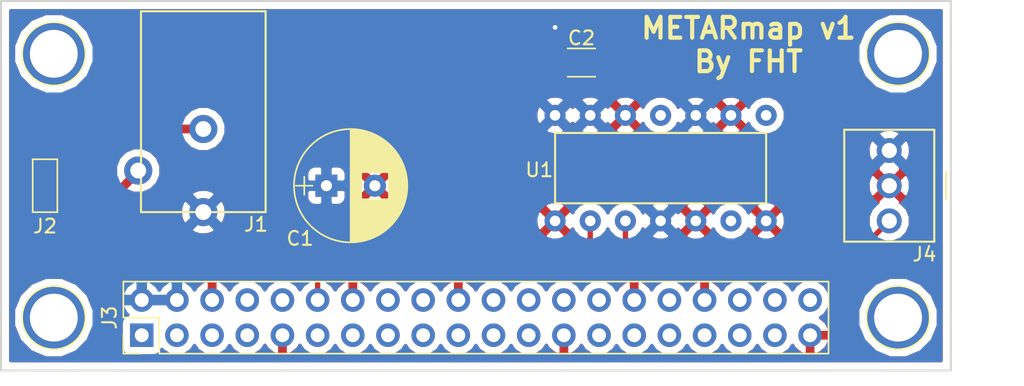
<source format=kicad_pcb>
(kicad_pcb (version 4) (host pcbnew 4.0.6)

  (general
    (links 29)
    (no_connects 0)
    (area 118.669999 86.1592 192.909 116.212333)
    (thickness 1.6)
    (drawings 5)
    (tracks 16)
    (zones 0)
    (modules 12)
    (nets 39)
  )

  (page A4)
  (layers
    (0 F.Cu signal)
    (31 B.Cu signal)
    (32 B.Adhes user)
    (33 F.Adhes user hide)
    (34 B.Paste user)
    (35 F.Paste user)
    (36 B.SilkS user)
    (37 F.SilkS user)
    (38 B.Mask user)
    (39 F.Mask user)
    (40 Dwgs.User user)
    (41 Cmts.User user)
    (42 Eco1.User user)
    (43 Eco2.User user)
    (44 Edge.Cuts user)
    (45 Margin user)
    (46 B.CrtYd user)
    (47 F.CrtYd user)
    (48 B.Fab user)
    (49 F.Fab user)
  )

  (setup
    (last_trace_width 0.635)
    (user_trace_width 0.635)
    (trace_clearance 0.254)
    (zone_clearance 0.508)
    (zone_45_only no)
    (trace_min 0.381)
    (segment_width 0.2)
    (edge_width 0.15)
    (via_size 0.6858)
    (via_drill 0.3302)
    (via_min_size 0.6858)
    (via_min_drill 0.3302)
    (uvia_size 0.3)
    (uvia_drill 0.1)
    (uvias_allowed no)
    (uvia_min_size 0.2)
    (uvia_min_drill 0.1)
    (pcb_text_width 0.3)
    (pcb_text_size 1.5 1.5)
    (mod_edge_width 0.15)
    (mod_text_size 1 1)
    (mod_text_width 0.15)
    (pad_size 2 1.6)
    (pad_drill 0)
    (pad_to_mask_clearance 0.2)
    (aux_axis_origin 0 0)
    (grid_origin 67.945 40.005)
    (visible_elements 7FFFFFFF)
    (pcbplotparams
      (layerselection 0x000b0_80000001)
      (usegerberextensions false)
      (excludeedgelayer true)
      (linewidth 0.100000)
      (plotframeref false)
      (viasonmask false)
      (mode 1)
      (useauxorigin false)
      (hpglpennumber 1)
      (hpglpenspeed 20)
      (hpglpendiameter 15)
      (hpglpenoverlay 2)
      (psnegative false)
      (psa4output false)
      (plotreference true)
      (plotvalue true)
      (plotinvisibletext false)
      (padsonsilk false)
      (subtractmaskfromsilk true)
      (outputformat 1)
      (mirror false)
      (drillshape 0)
      (scaleselection 1)
      (outputdirectory "METARmap GERBER Files/"))
  )

  (net 0 "")
  (net 1 VCC)
  (net 2 GND)
  (net 3 "Net-(J1-Pad2)")
  (net 4 "Net-(J1-Pad3)")
  (net 5 "Net-(J3-Pad1)")
  (net 6 "Net-(J3-Pad3)")
  (net 7 "Net-(J3-Pad5)")
  (net 8 "Net-(J3-Pad7)")
  (net 9 "Net-(J3-Pad8)")
  (net 10 "Net-(J3-Pad10)")
  (net 11 "Net-(J3-Pad11)")
  (net 12 "Net-(J3-Pad12)")
  (net 13 "Net-(J3-Pad13)")
  (net 14 "Net-(J3-Pad15)")
  (net 15 "Net-(J3-Pad16)")
  (net 16 "Net-(J3-Pad17)")
  (net 17 "Net-(J3-Pad18)")
  (net 18 "Net-(J3-Pad19)")
  (net 19 "Net-(J3-Pad21)")
  (net 20 "Net-(J3-Pad22)")
  (net 21 "Net-(J3-Pad23)")
  (net 22 "Net-(J3-Pad24)")
  (net 23 "Net-(J3-Pad26)")
  (net 24 "Net-(J3-Pad27)")
  (net 25 "Net-(J3-Pad28)")
  (net 26 "Net-(J3-Pad29)")
  (net 27 "Net-(J3-Pad31)")
  (net 28 "Net-(J3-Pad32)")
  (net 29 "Net-(J3-Pad33)")
  (net 30 "Net-(J3-Pad35)")
  (net 31 "Net-(J3-Pad36)")
  (net 32 "Net-(J3-Pad37)")
  (net 33 "Net-(J3-Pad38)")
  (net 34 "Net-(J3-Pad40)")
  (net 35 "Net-(J4-Pad3)")
  (net 36 "Net-(U1-Pad6)")
  (net 37 "Net-(U1-Pad8)")
  (net 38 "Net-(U1-Pad11)")

  (net_class Default "This is the default net class."
    (clearance 0.254)
    (trace_width 0.381)
    (via_dia 0.6858)
    (via_drill 0.3302)
    (uvia_dia 0.3)
    (uvia_drill 0.1)
    (add_net "Net-(J3-Pad1)")
    (add_net "Net-(J3-Pad10)")
    (add_net "Net-(J3-Pad11)")
    (add_net "Net-(J3-Pad12)")
    (add_net "Net-(J3-Pad13)")
    (add_net "Net-(J3-Pad15)")
    (add_net "Net-(J3-Pad16)")
    (add_net "Net-(J3-Pad17)")
    (add_net "Net-(J3-Pad18)")
    (add_net "Net-(J3-Pad19)")
    (add_net "Net-(J3-Pad21)")
    (add_net "Net-(J3-Pad22)")
    (add_net "Net-(J3-Pad23)")
    (add_net "Net-(J3-Pad24)")
    (add_net "Net-(J3-Pad26)")
    (add_net "Net-(J3-Pad27)")
    (add_net "Net-(J3-Pad28)")
    (add_net "Net-(J3-Pad29)")
    (add_net "Net-(J3-Pad3)")
    (add_net "Net-(J3-Pad31)")
    (add_net "Net-(J3-Pad32)")
    (add_net "Net-(J3-Pad33)")
    (add_net "Net-(J3-Pad35)")
    (add_net "Net-(J3-Pad36)")
    (add_net "Net-(J3-Pad37)")
    (add_net "Net-(J3-Pad38)")
    (add_net "Net-(J3-Pad40)")
    (add_net "Net-(J3-Pad5)")
    (add_net "Net-(J3-Pad7)")
    (add_net "Net-(J3-Pad8)")
    (add_net "Net-(J4-Pad3)")
    (add_net "Net-(U1-Pad11)")
    (add_net "Net-(U1-Pad6)")
    (add_net "Net-(U1-Pad8)")
    (add_net VCC)
  )

  (net_class PWR-GND ""
    (clearance 0.254)
    (trace_width 0.635)
    (via_dia 0.6858)
    (via_drill 0.3302)
    (uvia_dia 0.3)
    (uvia_drill 0.1)
    (add_net GND)
    (add_net "Net-(J1-Pad2)")
    (add_net "Net-(J1-Pad3)")
  )

  (module Connectors:1pin (layer F.Cu) (tedit 5971399F) (tstamp 5971341D)
    (at 183.515 92.075)
    (descr "module 1 pin (ou trou mecanique de percage)")
    (tags DEV)
    (fp_text reference REF** (at 0 -3.048) (layer F.SilkS) hide
      (effects (font (size 1 1) (thickness 0.15)))
    )
    (fp_text value 1pin (at 0 3) (layer F.Fab)
      (effects (font (size 1 1) (thickness 0.15)))
    )
    (fp_circle (center 0 0) (end 2 0.8) (layer F.Fab) (width 0.1))
    (fp_circle (center 0 0) (end 2.6 0) (layer F.CrtYd) (width 0.05))
    (fp_circle (center 0 0) (end 0 -2.286) (layer F.SilkS) (width 0.12))
    (pad "" np_thru_hole circle (at 0 0) (size 4.572 4.572) (drill 3.4544) (layers *.Cu *.Mask))
  )

  (module Connectors:1pin (layer F.Cu) (tedit 5971399C) (tstamp 59713416)
    (at 183.515 111.125)
    (descr "module 1 pin (ou trou mecanique de percage)")
    (tags DEV)
    (fp_text reference REF** (at 0 -3.048) (layer F.SilkS) hide
      (effects (font (size 1 1) (thickness 0.15)))
    )
    (fp_text value 1pin (at 0 3) (layer F.Fab)
      (effects (font (size 1 1) (thickness 0.15)))
    )
    (fp_circle (center 0 0) (end 2 0.8) (layer F.Fab) (width 0.1))
    (fp_circle (center 0 0) (end 2.6 0) (layer F.CrtYd) (width 0.05))
    (fp_circle (center 0 0) (end 0 -2.286) (layer F.SilkS) (width 0.12))
    (pad "" np_thru_hole circle (at 0 0) (size 4.572 4.572) (drill 3.4544) (layers *.Cu *.Mask))
  )

  (module Connectors:1pin (layer F.Cu) (tedit 597139A2) (tstamp 5971340F)
    (at 122.555 111.125)
    (descr "module 1 pin (ou trou mecanique de percage)")
    (tags DEV)
    (fp_text reference REF** (at 0 -3.048) (layer F.SilkS) hide
      (effects (font (size 1 1) (thickness 0.15)))
    )
    (fp_text value 1pin (at 0 3) (layer F.Fab)
      (effects (font (size 1 1) (thickness 0.15)))
    )
    (fp_circle (center 0 0) (end 2 0.8) (layer F.Fab) (width 0.1))
    (fp_circle (center 0 0) (end 2.6 0) (layer F.CrtYd) (width 0.05))
    (fp_circle (center 0 0) (end 0 -2.286) (layer F.SilkS) (width 0.12))
    (pad "" np_thru_hole circle (at 0 0) (size 4.572 4.572) (drill 3.4544) (layers *.Cu *.Mask))
  )

  (module Capacitors_THT:CP_Radial_D8.0mm_P3.50mm (layer F.Cu) (tedit 59713F71) (tstamp 597132B7)
    (at 142.24 101.6)
    (descr "CP, Radial series, Radial, pin pitch=3.50mm, , diameter=8mm, Electrolytic Capacitor")
    (tags "CP Radial series Radial pin pitch 3.50mm  diameter 8mm Electrolytic Capacitor")
    (path /596B6844)
    (fp_text reference C1 (at -1.905 3.81) (layer F.SilkS)
      (effects (font (size 1 1) (thickness 0.15)))
    )
    (fp_text value 1000uF (at 1.75 5.06) (layer F.Fab)
      (effects (font (size 1 1) (thickness 0.15)))
    )
    (fp_text user %R (at 1.75 0) (layer F.Fab)
      (effects (font (size 1 1) (thickness 0.15)))
    )
    (fp_line (start -2.2 0) (end -1 0) (layer F.Fab) (width 0.1))
    (fp_line (start -1.6 -0.65) (end -1.6 0.65) (layer F.Fab) (width 0.1))
    (fp_line (start 1.75 -4.05) (end 1.75 4.05) (layer F.SilkS) (width 0.12))
    (fp_line (start 1.79 -4.05) (end 1.79 4.05) (layer F.SilkS) (width 0.12))
    (fp_line (start 1.83 -4.05) (end 1.83 4.05) (layer F.SilkS) (width 0.12))
    (fp_line (start 1.87 -4.049) (end 1.87 4.049) (layer F.SilkS) (width 0.12))
    (fp_line (start 1.91 -4.047) (end 1.91 4.047) (layer F.SilkS) (width 0.12))
    (fp_line (start 1.95 -4.046) (end 1.95 4.046) (layer F.SilkS) (width 0.12))
    (fp_line (start 1.99 -4.043) (end 1.99 4.043) (layer F.SilkS) (width 0.12))
    (fp_line (start 2.03 -4.041) (end 2.03 4.041) (layer F.SilkS) (width 0.12))
    (fp_line (start 2.07 -4.038) (end 2.07 4.038) (layer F.SilkS) (width 0.12))
    (fp_line (start 2.11 -4.035) (end 2.11 4.035) (layer F.SilkS) (width 0.12))
    (fp_line (start 2.15 -4.031) (end 2.15 4.031) (layer F.SilkS) (width 0.12))
    (fp_line (start 2.19 -4.027) (end 2.19 4.027) (layer F.SilkS) (width 0.12))
    (fp_line (start 2.23 -4.022) (end 2.23 4.022) (layer F.SilkS) (width 0.12))
    (fp_line (start 2.27 -4.017) (end 2.27 4.017) (layer F.SilkS) (width 0.12))
    (fp_line (start 2.31 -4.012) (end 2.31 4.012) (layer F.SilkS) (width 0.12))
    (fp_line (start 2.35 -4.006) (end 2.35 4.006) (layer F.SilkS) (width 0.12))
    (fp_line (start 2.39 -4) (end 2.39 4) (layer F.SilkS) (width 0.12))
    (fp_line (start 2.43 -3.994) (end 2.43 3.994) (layer F.SilkS) (width 0.12))
    (fp_line (start 2.471 -3.987) (end 2.471 3.987) (layer F.SilkS) (width 0.12))
    (fp_line (start 2.511 -3.979) (end 2.511 3.979) (layer F.SilkS) (width 0.12))
    (fp_line (start 2.551 -3.971) (end 2.551 -0.98) (layer F.SilkS) (width 0.12))
    (fp_line (start 2.551 0.98) (end 2.551 3.971) (layer F.SilkS) (width 0.12))
    (fp_line (start 2.591 -3.963) (end 2.591 -0.98) (layer F.SilkS) (width 0.12))
    (fp_line (start 2.591 0.98) (end 2.591 3.963) (layer F.SilkS) (width 0.12))
    (fp_line (start 2.631 -3.955) (end 2.631 -0.98) (layer F.SilkS) (width 0.12))
    (fp_line (start 2.631 0.98) (end 2.631 3.955) (layer F.SilkS) (width 0.12))
    (fp_line (start 2.671 -3.946) (end 2.671 -0.98) (layer F.SilkS) (width 0.12))
    (fp_line (start 2.671 0.98) (end 2.671 3.946) (layer F.SilkS) (width 0.12))
    (fp_line (start 2.711 -3.936) (end 2.711 -0.98) (layer F.SilkS) (width 0.12))
    (fp_line (start 2.711 0.98) (end 2.711 3.936) (layer F.SilkS) (width 0.12))
    (fp_line (start 2.751 -3.926) (end 2.751 -0.98) (layer F.SilkS) (width 0.12))
    (fp_line (start 2.751 0.98) (end 2.751 3.926) (layer F.SilkS) (width 0.12))
    (fp_line (start 2.791 -3.916) (end 2.791 -0.98) (layer F.SilkS) (width 0.12))
    (fp_line (start 2.791 0.98) (end 2.791 3.916) (layer F.SilkS) (width 0.12))
    (fp_line (start 2.831 -3.905) (end 2.831 -0.98) (layer F.SilkS) (width 0.12))
    (fp_line (start 2.831 0.98) (end 2.831 3.905) (layer F.SilkS) (width 0.12))
    (fp_line (start 2.871 -3.894) (end 2.871 -0.98) (layer F.SilkS) (width 0.12))
    (fp_line (start 2.871 0.98) (end 2.871 3.894) (layer F.SilkS) (width 0.12))
    (fp_line (start 2.911 -3.883) (end 2.911 -0.98) (layer F.SilkS) (width 0.12))
    (fp_line (start 2.911 0.98) (end 2.911 3.883) (layer F.SilkS) (width 0.12))
    (fp_line (start 2.951 -3.87) (end 2.951 -0.98) (layer F.SilkS) (width 0.12))
    (fp_line (start 2.951 0.98) (end 2.951 3.87) (layer F.SilkS) (width 0.12))
    (fp_line (start 2.991 -3.858) (end 2.991 -0.98) (layer F.SilkS) (width 0.12))
    (fp_line (start 2.991 0.98) (end 2.991 3.858) (layer F.SilkS) (width 0.12))
    (fp_line (start 3.031 -3.845) (end 3.031 -0.98) (layer F.SilkS) (width 0.12))
    (fp_line (start 3.031 0.98) (end 3.031 3.845) (layer F.SilkS) (width 0.12))
    (fp_line (start 3.071 -3.832) (end 3.071 -0.98) (layer F.SilkS) (width 0.12))
    (fp_line (start 3.071 0.98) (end 3.071 3.832) (layer F.SilkS) (width 0.12))
    (fp_line (start 3.111 -3.818) (end 3.111 -0.98) (layer F.SilkS) (width 0.12))
    (fp_line (start 3.111 0.98) (end 3.111 3.818) (layer F.SilkS) (width 0.12))
    (fp_line (start 3.151 -3.803) (end 3.151 -0.98) (layer F.SilkS) (width 0.12))
    (fp_line (start 3.151 0.98) (end 3.151 3.803) (layer F.SilkS) (width 0.12))
    (fp_line (start 3.191 -3.789) (end 3.191 -0.98) (layer F.SilkS) (width 0.12))
    (fp_line (start 3.191 0.98) (end 3.191 3.789) (layer F.SilkS) (width 0.12))
    (fp_line (start 3.231 -3.773) (end 3.231 -0.98) (layer F.SilkS) (width 0.12))
    (fp_line (start 3.231 0.98) (end 3.231 3.773) (layer F.SilkS) (width 0.12))
    (fp_line (start 3.271 -3.758) (end 3.271 -0.98) (layer F.SilkS) (width 0.12))
    (fp_line (start 3.271 0.98) (end 3.271 3.758) (layer F.SilkS) (width 0.12))
    (fp_line (start 3.311 -3.741) (end 3.311 -0.98) (layer F.SilkS) (width 0.12))
    (fp_line (start 3.311 0.98) (end 3.311 3.741) (layer F.SilkS) (width 0.12))
    (fp_line (start 3.351 -3.725) (end 3.351 -0.98) (layer F.SilkS) (width 0.12))
    (fp_line (start 3.351 0.98) (end 3.351 3.725) (layer F.SilkS) (width 0.12))
    (fp_line (start 3.391 -3.707) (end 3.391 -0.98) (layer F.SilkS) (width 0.12))
    (fp_line (start 3.391 0.98) (end 3.391 3.707) (layer F.SilkS) (width 0.12))
    (fp_line (start 3.431 -3.69) (end 3.431 -0.98) (layer F.SilkS) (width 0.12))
    (fp_line (start 3.431 0.98) (end 3.431 3.69) (layer F.SilkS) (width 0.12))
    (fp_line (start 3.471 -3.671) (end 3.471 -0.98) (layer F.SilkS) (width 0.12))
    (fp_line (start 3.471 0.98) (end 3.471 3.671) (layer F.SilkS) (width 0.12))
    (fp_line (start 3.511 -3.652) (end 3.511 -0.98) (layer F.SilkS) (width 0.12))
    (fp_line (start 3.511 0.98) (end 3.511 3.652) (layer F.SilkS) (width 0.12))
    (fp_line (start 3.551 -3.633) (end 3.551 -0.98) (layer F.SilkS) (width 0.12))
    (fp_line (start 3.551 0.98) (end 3.551 3.633) (layer F.SilkS) (width 0.12))
    (fp_line (start 3.591 -3.613) (end 3.591 -0.98) (layer F.SilkS) (width 0.12))
    (fp_line (start 3.591 0.98) (end 3.591 3.613) (layer F.SilkS) (width 0.12))
    (fp_line (start 3.631 -3.593) (end 3.631 -0.98) (layer F.SilkS) (width 0.12))
    (fp_line (start 3.631 0.98) (end 3.631 3.593) (layer F.SilkS) (width 0.12))
    (fp_line (start 3.671 -3.572) (end 3.671 -0.98) (layer F.SilkS) (width 0.12))
    (fp_line (start 3.671 0.98) (end 3.671 3.572) (layer F.SilkS) (width 0.12))
    (fp_line (start 3.711 -3.55) (end 3.711 -0.98) (layer F.SilkS) (width 0.12))
    (fp_line (start 3.711 0.98) (end 3.711 3.55) (layer F.SilkS) (width 0.12))
    (fp_line (start 3.751 -3.528) (end 3.751 -0.98) (layer F.SilkS) (width 0.12))
    (fp_line (start 3.751 0.98) (end 3.751 3.528) (layer F.SilkS) (width 0.12))
    (fp_line (start 3.791 -3.505) (end 3.791 -0.98) (layer F.SilkS) (width 0.12))
    (fp_line (start 3.791 0.98) (end 3.791 3.505) (layer F.SilkS) (width 0.12))
    (fp_line (start 3.831 -3.482) (end 3.831 -0.98) (layer F.SilkS) (width 0.12))
    (fp_line (start 3.831 0.98) (end 3.831 3.482) (layer F.SilkS) (width 0.12))
    (fp_line (start 3.871 -3.458) (end 3.871 -0.98) (layer F.SilkS) (width 0.12))
    (fp_line (start 3.871 0.98) (end 3.871 3.458) (layer F.SilkS) (width 0.12))
    (fp_line (start 3.911 -3.434) (end 3.911 -0.98) (layer F.SilkS) (width 0.12))
    (fp_line (start 3.911 0.98) (end 3.911 3.434) (layer F.SilkS) (width 0.12))
    (fp_line (start 3.951 -3.408) (end 3.951 -0.98) (layer F.SilkS) (width 0.12))
    (fp_line (start 3.951 0.98) (end 3.951 3.408) (layer F.SilkS) (width 0.12))
    (fp_line (start 3.991 -3.383) (end 3.991 -0.98) (layer F.SilkS) (width 0.12))
    (fp_line (start 3.991 0.98) (end 3.991 3.383) (layer F.SilkS) (width 0.12))
    (fp_line (start 4.031 -3.356) (end 4.031 -0.98) (layer F.SilkS) (width 0.12))
    (fp_line (start 4.031 0.98) (end 4.031 3.356) (layer F.SilkS) (width 0.12))
    (fp_line (start 4.071 -3.329) (end 4.071 -0.98) (layer F.SilkS) (width 0.12))
    (fp_line (start 4.071 0.98) (end 4.071 3.329) (layer F.SilkS) (width 0.12))
    (fp_line (start 4.111 -3.301) (end 4.111 -0.98) (layer F.SilkS) (width 0.12))
    (fp_line (start 4.111 0.98) (end 4.111 3.301) (layer F.SilkS) (width 0.12))
    (fp_line (start 4.151 -3.272) (end 4.151 -0.98) (layer F.SilkS) (width 0.12))
    (fp_line (start 4.151 0.98) (end 4.151 3.272) (layer F.SilkS) (width 0.12))
    (fp_line (start 4.191 -3.243) (end 4.191 -0.98) (layer F.SilkS) (width 0.12))
    (fp_line (start 4.191 0.98) (end 4.191 3.243) (layer F.SilkS) (width 0.12))
    (fp_line (start 4.231 -3.213) (end 4.231 -0.98) (layer F.SilkS) (width 0.12))
    (fp_line (start 4.231 0.98) (end 4.231 3.213) (layer F.SilkS) (width 0.12))
    (fp_line (start 4.271 -3.182) (end 4.271 -0.98) (layer F.SilkS) (width 0.12))
    (fp_line (start 4.271 0.98) (end 4.271 3.182) (layer F.SilkS) (width 0.12))
    (fp_line (start 4.311 -3.15) (end 4.311 -0.98) (layer F.SilkS) (width 0.12))
    (fp_line (start 4.311 0.98) (end 4.311 3.15) (layer F.SilkS) (width 0.12))
    (fp_line (start 4.351 -3.118) (end 4.351 -0.98) (layer F.SilkS) (width 0.12))
    (fp_line (start 4.351 0.98) (end 4.351 3.118) (layer F.SilkS) (width 0.12))
    (fp_line (start 4.391 -3.084) (end 4.391 -0.98) (layer F.SilkS) (width 0.12))
    (fp_line (start 4.391 0.98) (end 4.391 3.084) (layer F.SilkS) (width 0.12))
    (fp_line (start 4.431 -3.05) (end 4.431 -0.98) (layer F.SilkS) (width 0.12))
    (fp_line (start 4.431 0.98) (end 4.431 3.05) (layer F.SilkS) (width 0.12))
    (fp_line (start 4.471 -3.015) (end 4.471 -0.98) (layer F.SilkS) (width 0.12))
    (fp_line (start 4.471 0.98) (end 4.471 3.015) (layer F.SilkS) (width 0.12))
    (fp_line (start 4.511 -2.979) (end 4.511 2.979) (layer F.SilkS) (width 0.12))
    (fp_line (start 4.551 -2.942) (end 4.551 2.942) (layer F.SilkS) (width 0.12))
    (fp_line (start 4.591 -2.904) (end 4.591 2.904) (layer F.SilkS) (width 0.12))
    (fp_line (start 4.631 -2.865) (end 4.631 2.865) (layer F.SilkS) (width 0.12))
    (fp_line (start 4.671 -2.824) (end 4.671 2.824) (layer F.SilkS) (width 0.12))
    (fp_line (start 4.711 -2.783) (end 4.711 2.783) (layer F.SilkS) (width 0.12))
    (fp_line (start 4.751 -2.74) (end 4.751 2.74) (layer F.SilkS) (width 0.12))
    (fp_line (start 4.791 -2.697) (end 4.791 2.697) (layer F.SilkS) (width 0.12))
    (fp_line (start 4.831 -2.652) (end 4.831 2.652) (layer F.SilkS) (width 0.12))
    (fp_line (start 4.871 -2.605) (end 4.871 2.605) (layer F.SilkS) (width 0.12))
    (fp_line (start 4.911 -2.557) (end 4.911 2.557) (layer F.SilkS) (width 0.12))
    (fp_line (start 4.951 -2.508) (end 4.951 2.508) (layer F.SilkS) (width 0.12))
    (fp_line (start 4.991 -2.457) (end 4.991 2.457) (layer F.SilkS) (width 0.12))
    (fp_line (start 5.031 -2.404) (end 5.031 2.404) (layer F.SilkS) (width 0.12))
    (fp_line (start 5.071 -2.349) (end 5.071 2.349) (layer F.SilkS) (width 0.12))
    (fp_line (start 5.111 -2.293) (end 5.111 2.293) (layer F.SilkS) (width 0.12))
    (fp_line (start 5.151 -2.234) (end 5.151 2.234) (layer F.SilkS) (width 0.12))
    (fp_line (start 5.191 -2.173) (end 5.191 2.173) (layer F.SilkS) (width 0.12))
    (fp_line (start 5.231 -2.109) (end 5.231 2.109) (layer F.SilkS) (width 0.12))
    (fp_line (start 5.271 -2.043) (end 5.271 2.043) (layer F.SilkS) (width 0.12))
    (fp_line (start 5.311 -1.974) (end 5.311 1.974) (layer F.SilkS) (width 0.12))
    (fp_line (start 5.351 -1.902) (end 5.351 1.902) (layer F.SilkS) (width 0.12))
    (fp_line (start 5.391 -1.826) (end 5.391 1.826) (layer F.SilkS) (width 0.12))
    (fp_line (start 5.431 -1.745) (end 5.431 1.745) (layer F.SilkS) (width 0.12))
    (fp_line (start 5.471 -1.66) (end 5.471 1.66) (layer F.SilkS) (width 0.12))
    (fp_line (start 5.511 -1.57) (end 5.511 1.57) (layer F.SilkS) (width 0.12))
    (fp_line (start 5.551 -1.473) (end 5.551 1.473) (layer F.SilkS) (width 0.12))
    (fp_line (start 5.591 -1.369) (end 5.591 1.369) (layer F.SilkS) (width 0.12))
    (fp_line (start 5.631 -1.254) (end 5.631 1.254) (layer F.SilkS) (width 0.12))
    (fp_line (start 5.671 -1.127) (end 5.671 1.127) (layer F.SilkS) (width 0.12))
    (fp_line (start 5.711 -0.983) (end 5.711 0.983) (layer F.SilkS) (width 0.12))
    (fp_line (start 5.751 -0.814) (end 5.751 0.814) (layer F.SilkS) (width 0.12))
    (fp_line (start 5.791 -0.598) (end 5.791 0.598) (layer F.SilkS) (width 0.12))
    (fp_line (start 5.831 -0.246) (end 5.831 0.246) (layer F.SilkS) (width 0.12))
    (fp_line (start -2.2 0) (end -1 0) (layer F.SilkS) (width 0.12))
    (fp_line (start -1.6 -0.65) (end -1.6 0.65) (layer F.SilkS) (width 0.12))
    (fp_line (start -2.6 -4.35) (end -2.6 4.35) (layer F.CrtYd) (width 0.05))
    (fp_line (start -2.6 4.35) (end 6.1 4.35) (layer F.CrtYd) (width 0.05))
    (fp_line (start 6.1 4.35) (end 6.1 -4.35) (layer F.CrtYd) (width 0.05))
    (fp_line (start 6.1 -4.35) (end -2.6 -4.35) (layer F.CrtYd) (width 0.05))
    (fp_circle (center 1.75 0) (end 5.75 0) (layer F.Fab) (width 0.1))
    (fp_circle (center 1.75 0) (end 5.84 0) (layer F.SilkS) (width 0.12))
    (pad 1 thru_hole rect (at 0 0) (size 1.6 1.6) (drill 0.8) (layers *.Cu *.Mask)
      (net 1 VCC))
    (pad 2 thru_hole circle (at 3.5 0) (size 1.6 1.6) (drill 0.8) (layers *.Cu *.Mask)
      (net 2 GND))
    (model ${KISYS3DMOD}/Capacitors_THT.3dshapes/CP_Radial_D8.0mm_P3.50mm.wrl
      (at (xyz 0 0 0))
      (scale (xyz 1 1 1))
      (rotate (xyz 0 0 0))
    )
  )

  (module Capacitors_SMD:C_1206_HandSoldering (layer F.Cu) (tedit 597140EC) (tstamp 597132BD)
    (at 160.655 92.71)
    (descr "Capacitor SMD 1206, hand soldering")
    (tags "capacitor 1206")
    (path /596B67E9)
    (attr smd)
    (fp_text reference C2 (at 0 -1.778) (layer F.SilkS)
      (effects (font (size 1 1) (thickness 0.15)))
    )
    (fp_text value 0.1uF (at 0 2) (layer F.Fab)
      (effects (font (size 1 1) (thickness 0.15)))
    )
    (fp_text user %R (at 0 -1.75) (layer F.Fab)
      (effects (font (size 1 1) (thickness 0.15)))
    )
    (fp_line (start -1.6 0.8) (end -1.6 -0.8) (layer F.Fab) (width 0.1))
    (fp_line (start 1.6 0.8) (end -1.6 0.8) (layer F.Fab) (width 0.1))
    (fp_line (start 1.6 -0.8) (end 1.6 0.8) (layer F.Fab) (width 0.1))
    (fp_line (start -1.6 -0.8) (end 1.6 -0.8) (layer F.Fab) (width 0.1))
    (fp_line (start 1 -1.02) (end -1 -1.02) (layer F.SilkS) (width 0.12))
    (fp_line (start -1 1.02) (end 1 1.02) (layer F.SilkS) (width 0.12))
    (fp_line (start -3.25 -1.05) (end 3.25 -1.05) (layer F.CrtYd) (width 0.05))
    (fp_line (start -3.25 -1.05) (end -3.25 1.05) (layer F.CrtYd) (width 0.05))
    (fp_line (start 3.25 1.05) (end 3.25 -1.05) (layer F.CrtYd) (width 0.05))
    (fp_line (start 3.25 1.05) (end -3.25 1.05) (layer F.CrtYd) (width 0.05))
    (pad 1 smd rect (at -1.905 0) (size 2 1.6) (layers F.Cu F.Paste F.Mask)
      (net 1 VCC))
    (pad 2 smd rect (at 2 0) (size 2 1.6) (layers F.Cu F.Paste F.Mask)
      (net 2 GND))
    (model Capacitors_SMD.3dshapes/C_1206.wrl
      (at (xyz 0 0 0))
      (scale (xyz 1 1 1))
      (rotate (xyz 0 0 0))
    )
  )

  (module "MetarMap V2:PJ-102AH" (layer F.Cu) (tedit 597139B5) (tstamp 597132C8)
    (at 133.35 103.505)
    (path /596B674C)
    (fp_text reference J1 (at 3.81 0.889) (layer F.SilkS)
      (effects (font (size 1 1) (thickness 0.15)))
    )
    (fp_text value BARREL_JACK (at 0 -13) (layer F.Fab)
      (effects (font (size 1 1) (thickness 0.15)))
    )
    (fp_line (start 4.5 0) (end -4.5 0) (layer F.SilkS) (width 0.15))
    (fp_line (start -4.5 0) (end -4.5 -14.5) (layer F.SilkS) (width 0.15))
    (fp_line (start -4.5 -14.5) (end 4.5 -14.5) (layer F.SilkS) (width 0.15))
    (fp_line (start 4.5 -14.5) (end 4.5 0) (layer F.SilkS) (width 0.15))
    (pad 2 thru_hole circle (at 0 -6) (size 2.032 2.032) (drill 1.143) (layers *.Cu *.Mask)
      (net 3 "Net-(J1-Pad2)"))
    (pad 1 thru_hole circle (at 0 0) (size 2.032 2.032) (drill 1.143) (layers *.Cu *.Mask)
      (net 1 VCC))
    (pad 3 thru_hole circle (at -4.7 -3) (size 2.032 2.032) (drill 1.143) (layers *.Cu *.Mask)
      (net 4 "Net-(J1-Pad3)"))
  )

  (module Connectors:GS3 (layer F.Cu) (tedit 597139B0) (tstamp 597132CF)
    (at 121.92 101.6 180)
    (descr "3-pin solder bridge")
    (tags "solder bridge")
    (path /596B68D3)
    (attr smd)
    (fp_text reference J2 (at 0 -2.921 360) (layer F.SilkS)
      (effects (font (size 1 1) (thickness 0.15)))
    )
    (fp_text value GS3 (at 1.8 0 270) (layer F.Fab)
      (effects (font (size 1 1) (thickness 0.15)))
    )
    (fp_line (start -1.15 -2.15) (end 1.15 -2.15) (layer F.CrtYd) (width 0.05))
    (fp_line (start 1.15 -2.15) (end 1.15 2.15) (layer F.CrtYd) (width 0.05))
    (fp_line (start 1.15 2.15) (end -1.15 2.15) (layer F.CrtYd) (width 0.05))
    (fp_line (start -1.15 2.15) (end -1.15 -2.15) (layer F.CrtYd) (width 0.05))
    (fp_line (start -0.89 -1.91) (end -0.89 1.91) (layer F.SilkS) (width 0.12))
    (fp_line (start -0.89 1.91) (end 0.89 1.91) (layer F.SilkS) (width 0.12))
    (fp_line (start 0.89 1.91) (end 0.89 -1.91) (layer F.SilkS) (width 0.12))
    (fp_line (start -0.89 -1.91) (end 0.89 -1.91) (layer F.SilkS) (width 0.12))
    (pad 1 smd rect (at 0 -1.27 180) (size 1.27 0.97) (layers F.Cu F.Paste F.Mask)
      (net 4 "Net-(J1-Pad3)"))
    (pad 2 smd rect (at 0 0 180) (size 1.27 0.97) (layers F.Cu F.Paste F.Mask)
      (net 2 GND))
    (pad 3 smd rect (at 0 1.27 180) (size 1.27 0.97) (layers F.Cu F.Paste F.Mask)
      (net 3 "Net-(J1-Pad2)"))
  )

  (module Pin_Headers:Pin_Header_Straight_2x20_Pitch2.54mm (layer F.Cu) (tedit 59650533) (tstamp 597132FB)
    (at 128.905 112.395 90)
    (descr "Through hole straight pin header, 2x20, 2.54mm pitch, double rows")
    (tags "Through hole pin header THT 2x20 2.54mm double row")
    (path /596B6BF5)
    (fp_text reference J3 (at 1.27 -2.33 90) (layer F.SilkS)
      (effects (font (size 1 1) (thickness 0.15)))
    )
    (fp_text value CONN_02X20 (at 1.27 50.59 90) (layer F.Fab)
      (effects (font (size 1 1) (thickness 0.15)))
    )
    (fp_line (start 0 -1.27) (end 3.81 -1.27) (layer F.Fab) (width 0.1))
    (fp_line (start 3.81 -1.27) (end 3.81 49.53) (layer F.Fab) (width 0.1))
    (fp_line (start 3.81 49.53) (end -1.27 49.53) (layer F.Fab) (width 0.1))
    (fp_line (start -1.27 49.53) (end -1.27 0) (layer F.Fab) (width 0.1))
    (fp_line (start -1.27 0) (end 0 -1.27) (layer F.Fab) (width 0.1))
    (fp_line (start -1.33 49.59) (end 3.87 49.59) (layer F.SilkS) (width 0.12))
    (fp_line (start -1.33 1.27) (end -1.33 49.59) (layer F.SilkS) (width 0.12))
    (fp_line (start 3.87 -1.33) (end 3.87 49.59) (layer F.SilkS) (width 0.12))
    (fp_line (start -1.33 1.27) (end 1.27 1.27) (layer F.SilkS) (width 0.12))
    (fp_line (start 1.27 1.27) (end 1.27 -1.33) (layer F.SilkS) (width 0.12))
    (fp_line (start 1.27 -1.33) (end 3.87 -1.33) (layer F.SilkS) (width 0.12))
    (fp_line (start -1.33 0) (end -1.33 -1.33) (layer F.SilkS) (width 0.12))
    (fp_line (start -1.33 -1.33) (end 0 -1.33) (layer F.SilkS) (width 0.12))
    (fp_line (start -1.8 -1.8) (end -1.8 50.05) (layer F.CrtYd) (width 0.05))
    (fp_line (start -1.8 50.05) (end 4.35 50.05) (layer F.CrtYd) (width 0.05))
    (fp_line (start 4.35 50.05) (end 4.35 -1.8) (layer F.CrtYd) (width 0.05))
    (fp_line (start 4.35 -1.8) (end -1.8 -1.8) (layer F.CrtYd) (width 0.05))
    (fp_text user %R (at 1.27 24.13 180) (layer F.Fab)
      (effects (font (size 1 1) (thickness 0.15)))
    )
    (pad 1 thru_hole rect (at 0 0 90) (size 1.7 1.7) (drill 1) (layers *.Cu *.Mask)
      (net 5 "Net-(J3-Pad1)"))
    (pad 2 thru_hole oval (at 2.54 0 90) (size 1.7 1.7) (drill 1) (layers *.Cu *.Mask)
      (net 1 VCC))
    (pad 3 thru_hole oval (at 0 2.54 90) (size 1.7 1.7) (drill 1) (layers *.Cu *.Mask)
      (net 6 "Net-(J3-Pad3)"))
    (pad 4 thru_hole oval (at 2.54 2.54 90) (size 1.7 1.7) (drill 1) (layers *.Cu *.Mask)
      (net 1 VCC))
    (pad 5 thru_hole oval (at 0 5.08 90) (size 1.7 1.7) (drill 1) (layers *.Cu *.Mask)
      (net 7 "Net-(J3-Pad5)"))
    (pad 6 thru_hole oval (at 2.54 5.08 90) (size 1.7 1.7) (drill 1) (layers *.Cu *.Mask)
      (net 2 GND))
    (pad 7 thru_hole oval (at 0 7.62 90) (size 1.7 1.7) (drill 1) (layers *.Cu *.Mask)
      (net 8 "Net-(J3-Pad7)"))
    (pad 8 thru_hole oval (at 2.54 7.62 90) (size 1.7 1.7) (drill 1) (layers *.Cu *.Mask)
      (net 9 "Net-(J3-Pad8)"))
    (pad 9 thru_hole oval (at 0 10.16 90) (size 1.7 1.7) (drill 1) (layers *.Cu *.Mask)
      (net 2 GND))
    (pad 10 thru_hole oval (at 2.54 10.16 90) (size 1.7 1.7) (drill 1) (layers *.Cu *.Mask)
      (net 10 "Net-(J3-Pad10)"))
    (pad 11 thru_hole oval (at 0 12.7 90) (size 1.7 1.7) (drill 1) (layers *.Cu *.Mask)
      (net 11 "Net-(J3-Pad11)"))
    (pad 12 thru_hole oval (at 2.54 12.7 90) (size 1.7 1.7) (drill 1) (layers *.Cu *.Mask)
      (net 12 "Net-(J3-Pad12)"))
    (pad 13 thru_hole oval (at 0 15.24 90) (size 1.7 1.7) (drill 1) (layers *.Cu *.Mask)
      (net 13 "Net-(J3-Pad13)"))
    (pad 14 thru_hole oval (at 2.54 15.24 90) (size 1.7 1.7) (drill 1) (layers *.Cu *.Mask)
      (net 2 GND))
    (pad 15 thru_hole oval (at 0 17.78 90) (size 1.7 1.7) (drill 1) (layers *.Cu *.Mask)
      (net 14 "Net-(J3-Pad15)"))
    (pad 16 thru_hole oval (at 2.54 17.78 90) (size 1.7 1.7) (drill 1) (layers *.Cu *.Mask)
      (net 15 "Net-(J3-Pad16)"))
    (pad 17 thru_hole oval (at 0 20.32 90) (size 1.7 1.7) (drill 1) (layers *.Cu *.Mask)
      (net 16 "Net-(J3-Pad17)"))
    (pad 18 thru_hole oval (at 2.54 20.32 90) (size 1.7 1.7) (drill 1) (layers *.Cu *.Mask)
      (net 17 "Net-(J3-Pad18)"))
    (pad 19 thru_hole oval (at 0 22.86 90) (size 1.7 1.7) (drill 1) (layers *.Cu *.Mask)
      (net 18 "Net-(J3-Pad19)"))
    (pad 20 thru_hole oval (at 2.54 22.86 90) (size 1.7 1.7) (drill 1) (layers *.Cu *.Mask)
      (net 2 GND))
    (pad 21 thru_hole oval (at 0 25.4 90) (size 1.7 1.7) (drill 1) (layers *.Cu *.Mask)
      (net 19 "Net-(J3-Pad21)"))
    (pad 22 thru_hole oval (at 2.54 25.4 90) (size 1.7 1.7) (drill 1) (layers *.Cu *.Mask)
      (net 20 "Net-(J3-Pad22)"))
    (pad 23 thru_hole oval (at 0 27.94 90) (size 1.7 1.7) (drill 1) (layers *.Cu *.Mask)
      (net 21 "Net-(J3-Pad23)"))
    (pad 24 thru_hole oval (at 2.54 27.94 90) (size 1.7 1.7) (drill 1) (layers *.Cu *.Mask)
      (net 22 "Net-(J3-Pad24)"))
    (pad 25 thru_hole oval (at 0 30.48 90) (size 1.7 1.7) (drill 1) (layers *.Cu *.Mask)
      (net 2 GND))
    (pad 26 thru_hole oval (at 2.54 30.48 90) (size 1.7 1.7) (drill 1) (layers *.Cu *.Mask)
      (net 23 "Net-(J3-Pad26)"))
    (pad 27 thru_hole oval (at 0 33.02 90) (size 1.7 1.7) (drill 1) (layers *.Cu *.Mask)
      (net 24 "Net-(J3-Pad27)"))
    (pad 28 thru_hole oval (at 2.54 33.02 90) (size 1.7 1.7) (drill 1) (layers *.Cu *.Mask)
      (net 25 "Net-(J3-Pad28)"))
    (pad 29 thru_hole oval (at 0 35.56 90) (size 1.7 1.7) (drill 1) (layers *.Cu *.Mask)
      (net 26 "Net-(J3-Pad29)"))
    (pad 30 thru_hole oval (at 2.54 35.56 90) (size 1.7 1.7) (drill 1) (layers *.Cu *.Mask)
      (net 2 GND))
    (pad 31 thru_hole oval (at 0 38.1 90) (size 1.7 1.7) (drill 1) (layers *.Cu *.Mask)
      (net 27 "Net-(J3-Pad31)"))
    (pad 32 thru_hole oval (at 2.54 38.1 90) (size 1.7 1.7) (drill 1) (layers *.Cu *.Mask)
      (net 28 "Net-(J3-Pad32)"))
    (pad 33 thru_hole oval (at 0 40.64 90) (size 1.7 1.7) (drill 1) (layers *.Cu *.Mask)
      (net 29 "Net-(J3-Pad33)"))
    (pad 34 thru_hole oval (at 2.54 40.64 90) (size 1.7 1.7) (drill 1) (layers *.Cu *.Mask)
      (net 2 GND))
    (pad 35 thru_hole oval (at 0 43.18 90) (size 1.7 1.7) (drill 1) (layers *.Cu *.Mask)
      (net 30 "Net-(J3-Pad35)"))
    (pad 36 thru_hole oval (at 2.54 43.18 90) (size 1.7 1.7) (drill 1) (layers *.Cu *.Mask)
      (net 31 "Net-(J3-Pad36)"))
    (pad 37 thru_hole oval (at 0 45.72 90) (size 1.7 1.7) (drill 1) (layers *.Cu *.Mask)
      (net 32 "Net-(J3-Pad37)"))
    (pad 38 thru_hole oval (at 2.54 45.72 90) (size 1.7 1.7) (drill 1) (layers *.Cu *.Mask)
      (net 33 "Net-(J3-Pad38)"))
    (pad 39 thru_hole oval (at 0 48.26 90) (size 1.7 1.7) (drill 1) (layers *.Cu *.Mask)
      (net 2 GND))
    (pad 40 thru_hole oval (at 2.54 48.26 90) (size 1.7 1.7) (drill 1) (layers *.Cu *.Mask)
      (net 34 "Net-(J3-Pad40)"))
    (model ${KISYS3DMOD}/Pin_Headers.3dshapes/Pin_Header_Straight_2x20_Pitch2.54mm.wrl
      (at (xyz 0 0 0))
      (scale (xyz 1 1 1))
      (rotate (xyz 0 0 0))
    )
  )

  (module "MetarMap V2:TE_Connectivity_3-Pos_Screw_Terminal_282834-3" (layer F.Cu) (tedit 597139C2) (tstamp 59713307)
    (at 182.88 101.6 270)
    (path /596FE751)
    (fp_text reference J4 (at 4.953 -2.54 360) (layer F.SilkS)
      (effects (font (size 1 1) (thickness 0.15)))
    )
    (fp_text value Screw_Terminal_1x03 (at 0.2 -8.9 270) (layer F.Fab)
      (effects (font (size 1 1) (thickness 0.15)))
    )
    (fp_line (start -1 -4.1) (end 1 -4.1) (layer F.SilkS) (width 0.15))
    (fp_line (start -4.04 3.25) (end 4.04 3.25) (layer F.SilkS) (width 0.15))
    (fp_line (start 4.04 3.25) (end 4.04 -3.25) (layer F.SilkS) (width 0.15))
    (fp_line (start 4.04 -3.25) (end -4.04 -3.25) (layer F.SilkS) (width 0.15))
    (fp_line (start -4.04 -3.25) (end -4.04 3.25) (layer F.SilkS) (width 0.15))
    (pad 1 thru_hole circle (at -2.54 0 270) (size 1.8 1.8) (drill 1.1) (layers *.Cu *.Mask)
      (net 1 VCC))
    (pad 2 thru_hole circle (at 0 0 270) (size 1.8 1.8) (drill 1.1) (layers *.Cu *.Mask)
      (net 2 GND))
    (pad 3 thru_hole circle (at 2.54 0 270) (size 1.8 1.8) (drill 1.1) (layers *.Cu *.Mask)
      (net 35 "Net-(J4-Pad3)"))
  )

  (module "MetarMap V2:74AHCT125" (layer F.Cu) (tedit 597139B9) (tstamp 5971331D)
    (at 158.75 100.33)
    (path /596B6CDE)
    (fp_text reference U1 (at -1.143 0.127) (layer F.SilkS)
      (effects (font (size 1 1) (thickness 0.15)))
    )
    (fp_text value 74AHCT125 (at 7.62 -1.27) (layer F.Fab)
      (effects (font (size 1 1) (thickness 0.15)))
    )
    (fp_line (start 0 -2.54) (end 0 2.54) (layer F.SilkS) (width 0.15))
    (fp_line (start 0 2.54) (end 15.24 2.54) (layer F.SilkS) (width 0.15))
    (fp_line (start 15.24 2.54) (end 15.24 -2.54) (layer F.SilkS) (width 0.15))
    (fp_line (start 15.24 -2.54) (end 0 -2.54) (layer F.SilkS) (width 0.15))
    (pad 1 thru_hole circle (at 0 3.81) (size 1.524 1.524) (drill 0.762) (layers *.Cu *.Mask)
      (net 2 GND))
    (pad 2 thru_hole circle (at 2.54 3.81) (size 1.524 1.524) (drill 0.762) (layers *.Cu *.Mask)
      (net 12 "Net-(J3-Pad12)"))
    (pad 3 thru_hole circle (at 5.08 3.81) (size 1.524 1.524) (drill 0.762) (layers *.Cu *.Mask)
      (net 35 "Net-(J4-Pad3)"))
    (pad 4 thru_hole circle (at 7.62 3.81) (size 1.524 1.524) (drill 0.762) (layers *.Cu *.Mask)
      (net 1 VCC))
    (pad 5 thru_hole circle (at 10.16 3.81) (size 1.524 1.524) (drill 0.762) (layers *.Cu *.Mask)
      (net 2 GND))
    (pad 6 thru_hole circle (at 12.7 3.81) (size 1.524 1.524) (drill 0.762) (layers *.Cu *.Mask)
      (net 36 "Net-(U1-Pad6)"))
    (pad 7 thru_hole circle (at 15.24 3.81) (size 1.524 1.524) (drill 0.762) (layers *.Cu *.Mask)
      (net 2 GND))
    (pad 8 thru_hole circle (at 15.24 -3.81) (size 1.524 1.524) (drill 0.762) (layers *.Cu *.Mask)
      (net 37 "Net-(U1-Pad8)"))
    (pad 9 thru_hole circle (at 12.7 -3.81) (size 1.524 1.524) (drill 0.762) (layers *.Cu *.Mask)
      (net 2 GND))
    (pad 10 thru_hole circle (at 10.16 -3.81) (size 1.524 1.524) (drill 0.762) (layers *.Cu *.Mask)
      (net 1 VCC))
    (pad 11 thru_hole circle (at 7.62 -3.81) (size 1.524 1.524) (drill 0.762) (layers *.Cu *.Mask)
      (net 38 "Net-(U1-Pad11)"))
    (pad 12 thru_hole circle (at 5.08 -3.81) (size 1.524 1.524) (drill 0.762) (layers *.Cu *.Mask)
      (net 2 GND))
    (pad 13 thru_hole circle (at 2.54 -3.81) (size 1.524 1.524) (drill 0.762) (layers *.Cu *.Mask)
      (net 1 VCC))
    (pad 14 thru_hole circle (at 0 -3.81) (size 1.524 1.524) (drill 0.762) (layers *.Cu *.Mask)
      (net 1 VCC))
  )

  (module Connectors:1pin (layer F.Cu) (tedit 597139A5) (tstamp 597133BB)
    (at 122.555 92.075)
    (descr "module 1 pin (ou trou mecanique de percage)")
    (tags DEV)
    (fp_text reference REF** (at 0 -3.048) (layer F.SilkS) hide
      (effects (font (size 1 1) (thickness 0.15)))
    )
    (fp_text value 1pin (at 0 3) (layer F.Fab)
      (effects (font (size 1 1) (thickness 0.15)))
    )
    (fp_circle (center 0 0) (end 2 0.8) (layer F.Fab) (width 0.1))
    (fp_circle (center 0 0) (end 2.6 0) (layer F.CrtYd) (width 0.05))
    (fp_circle (center 0 0) (end 0 -2.286) (layer F.SilkS) (width 0.12))
    (pad "" np_thru_hole circle (at 0 0) (size 4.572 4.572) (drill 3.4544) (layers *.Cu *.Mask))
  )

  (module F16:F16 (layer F.Cu) (tedit 59713F6A) (tstamp 59713F7F)
    (at 149.225 93.345)
    (fp_text reference G*** (at -3.175 -5.715) (layer F.SilkS) hide
      (effects (font (thickness 0.3)))
    )
    (fp_text value LOGO (at 1.905 -5.715) (layer F.SilkS) hide
      (effects (font (thickness 0.3)))
    )
    (fp_poly (pts (xy -2.232025 -3.908566) (xy -2.030578 -3.907874) (xy -1.852921 -3.907187) (xy -1.697445 -3.90647)
      (xy -1.562538 -3.90569) (xy -1.446593 -3.904813) (xy -1.347998 -3.903805) (xy -1.265145 -3.902633)
      (xy -1.196423 -3.901262) (xy -1.140222 -3.89966) (xy -1.094933 -3.897792) (xy -1.058945 -3.895625)
      (xy -1.03065 -3.893125) (xy -1.008437 -3.890258) (xy -0.990696 -3.88699) (xy -0.975818 -3.883288)
      (xy -0.971922 -3.882162) (xy -0.910849 -3.859196) (xy -0.870148 -3.833485) (xy -0.85096 -3.80672)
      (xy -0.854426 -3.780594) (xy -0.881687 -3.756795) (xy -0.885825 -3.754578) (xy -0.915728 -3.740384)
      (xy -0.946529 -3.729006) (xy -0.981586 -3.720049) (xy -1.024253 -3.713117) (xy -1.077886 -3.707815)
      (xy -1.145839 -3.703747) (xy -1.231469 -3.700518) (xy -1.33813 -3.697732) (xy -1.374971 -3.696918)
      (xy -1.727591 -3.68935) (xy -0.755483 -2.52095) (xy 0.216626 -1.35255) (xy 0.70485 -1.33916)
      (xy 1.420541 -1.132678) (xy 2.136233 -0.926197) (xy 3.312841 -0.818868) (xy 4.48945 -0.711539)
      (xy 4.732873 -0.655099) (xy 4.990863 -0.59373) (xy 5.229152 -0.533867) (xy 5.447193 -0.475694)
      (xy 5.644439 -0.419395) (xy 5.820341 -0.365156) (xy 5.974352 -0.313162) (xy 6.105924 -0.263597)
      (xy 6.21451 -0.216647) (xy 6.299563 -0.172496) (xy 6.360533 -0.13133) (xy 6.396874 -0.093332)
      (xy 6.396901 -0.093291) (xy 6.409532 -0.070008) (xy 6.407589 -0.051599) (xy 6.391856 -0.027849)
      (xy 6.356341 0.008062) (xy 6.30184 0.04564) (xy 6.227744 0.08509) (xy 6.133442 0.126619)
      (xy 6.018326 0.170432) (xy 5.881785 0.216736) (xy 5.72321 0.265737) (xy 5.541991 0.317641)
      (xy 5.337518 0.372654) (xy 5.109182 0.430982) (xy 4.856374 0.492831) (xy 4.8387 0.497069)
      (xy 4.52755 0.571589) (xy 2.15265 0.788821) (xy 1.396883 1.00401) (xy 0.641117 1.2192)
      (xy 0.218024 1.2192) (xy -0.753049 2.384425) (xy -1.724121 3.54965) (xy -1.392286 3.55779)
      (xy -1.26879 3.561444) (xy -1.167765 3.566005) (xy -1.086287 3.571854) (xy -1.021432 3.579374)
      (xy -0.970275 3.588947) (xy -0.929893 3.600955) (xy -0.897361 3.615781) (xy -0.883139 3.624361)
      (xy -0.854492 3.651537) (xy -0.850592 3.678534) (xy -0.870792 3.704617) (xy -0.914445 3.729049)
      (xy -0.980903 3.751094) (xy -0.998338 3.755506) (xy -1.015578 3.75916) (xy -1.03629 3.762396)
      (xy -1.062099 3.765249) (xy -1.094629 3.76775) (xy -1.135502 3.769934) (xy -1.186344 3.771834)
      (xy -1.248777 3.773484) (xy -1.324427 3.774916) (xy -1.414916 3.776164) (xy -1.521869 3.777261)
      (xy -1.64691 3.778241) (xy -1.791662 3.779137) (xy -1.95775 3.779983) (xy -2.146797 3.780811)
      (xy -2.251075 3.781231) (xy -3.4163 3.785829) (xy -3.4163 3.556) (xy -2.9972 3.556)
      (xy -2.9972 0.7874) (xy -4.047763 0.7874) (xy -4.687707 1.535917) (xy -5.32765 2.284434)
      (xy -5.97588 2.286) (xy -6.08674 2.174623) (xy -6.1976 2.063247) (xy -6.1976 0.7874)
      (xy -5.9817 0.7874) (xy -5.9817 0.5715) (xy -5.55625 0.5715) (xy -5.441185 0.571459)
      (xy -5.348988 0.571235) (xy -5.277126 0.570678) (xy -5.223068 0.569636) (xy -5.184282 0.567957)
      (xy -5.158236 0.565492) (xy -5.142397 0.562088) (xy -5.134234 0.557594) (xy -5.131215 0.55186)
      (xy -5.1308 0.5461) (xy -5.136489 0.525469) (xy -5.144396 0.5207) (xy -5.159366 0.519163)
      (xy -5.197035 0.514758) (xy -5.254902 0.507792) (xy -5.330463 0.498571) (xy -5.421217 0.487401)
      (xy -5.524663 0.474591) (xy -5.638299 0.460446) (xy -5.759622 0.445274) (xy -5.765801 0.4445)
      (xy -5.88744 0.429284) (xy -6.001516 0.415081) (xy -6.105527 0.402197) (xy -6.196971 0.390939)
      (xy -6.273345 0.381614) (xy -6.332149 0.374529) (xy -6.37088 0.369989) (xy -6.387036 0.368303)
      (xy -6.387205 0.3683) (xy -6.391325 0.357897) (xy -6.394669 0.326174) (xy -6.397263 0.272351)
      (xy -6.39913 0.195654) (xy -6.400294 0.095305) (xy -6.400782 -0.029472) (xy -6.4008 -0.063259)
      (xy -6.4008 -0.494817) (xy -6.372225 -0.501046) (xy -6.354034 -0.50383) (xy -6.313286 -0.50933)
      (xy -6.252644 -0.517209) (xy -6.174767 -0.527131) (xy -6.082315 -0.538757) (xy -5.977949 -0.551751)
      (xy -5.864329 -0.565777) (xy -5.7658 -0.57785) (xy -5.646563 -0.592472) (xy -5.53439 -0.606339)
      (xy -5.431943 -0.619116) (xy -5.341882 -0.630464) (xy -5.266868 -0.640048) (xy -5.20956 -0.647529)
      (xy -5.172619 -0.652572) (xy -5.159375 -0.654655) (xy -5.137054 -0.66662) (xy -5.1308 -0.679692)
      (xy -5.133593 -0.684849) (xy -5.143578 -0.688989) (xy -5.163168 -0.69222) (xy -5.194778 -0.694649)
      (xy -5.24082 -0.69638) (xy -5.303706 -0.697523) (xy -5.38585 -0.698183) (xy -5.489664 -0.698466)
      (xy -5.55625 -0.6985) (xy -5.9817 -0.6985) (xy -5.9817 -0.9144) (xy -6.1976 -0.9144)
      (xy -6.197601 -1.558153) (xy -6.197601 -2.201906) (xy -6.085703 -2.313803) (xy -5.973806 -2.4257)
      (xy -5.335955 -2.4257) (xy -4.051061 -0.9271) (xy -2.9972 -0.9271) (xy -2.9972 -3.6957)
      (xy -3.4163 -3.6957) (xy -3.4163 -3.91247) (xy -2.232025 -3.908566)) (layer F.Mask) (width 0.01))
  )

  (gr_text "METARmap v1\nBy FHT" (at 172.72 91.44) (layer F.SilkS)
    (effects (font (size 1.5 1.5) (thickness 0.3)))
  )
  (gr_line (start 187.325 114.935) (end 187.325 88.265) (angle 90) (layer Edge.Cuts) (width 0.15))
  (gr_line (start 118.745 88.265) (end 118.745 114.935) (angle 90) (layer Edge.Cuts) (width 0.15))
  (gr_line (start 187.325 88.265) (end 118.745 88.265) (angle 90) (layer Edge.Cuts) (width 0.15))
  (gr_line (start 118.745 114.935) (end 187.325 114.935) (angle 90) (layer Edge.Cuts) (width 0.15))

  (segment (start 158.75 92.71) (end 158.75 90.17) (width 0.635) (layer F.Cu) (net 1) (status 400000))
  (via (at 158.75 90.17) (size 0.6858) (drill 0.3302) (layers F.Cu B.Cu) (net 1))
  (segment (start 133.35 97.505) (end 124.745 97.505) (width 0.635) (layer F.Cu) (net 3))
  (segment (start 124.745 97.505) (end 121.92 100.33) (width 0.635) (layer F.Cu) (net 3) (tstamp 59713850))
  (segment (start 126.365 102.87) (end 121.92 102.87) (width 0.635) (layer F.Cu) (net 4) (tstamp 59713859))
  (segment (start 128.65 100.585) (end 126.365 102.87) (width 0.635) (layer F.Cu) (net 4) (tstamp 59713854))
  (segment (start 128.65 100.505) (end 128.65 100.585) (width 0.635) (layer F.Cu) (net 4))
  (segment (start 141.605 109.855) (end 141.605 108.331) (width 0.381) (layer F.Cu) (net 12))
  (segment (start 161.29 105.41) (end 161.29 104.14) (width 0.381) (layer F.Cu) (net 12) (tstamp 597138E8))
  (segment (start 160.02 106.68) (end 161.29 105.41) (width 0.381) (layer F.Cu) (net 12) (tstamp 597138DE))
  (segment (start 143.256 106.68) (end 160.02 106.68) (width 0.381) (layer F.Cu) (net 12) (tstamp 597138DD))
  (segment (start 141.605 108.331) (end 143.256 106.68) (width 0.381) (layer F.Cu) (net 12) (tstamp 597138DC))
  (segment (start 163.83 104.14) (end 163.83 105.41) (width 0.381) (layer F.Cu) (net 35))
  (segment (start 180.34 106.68) (end 182.88 104.14) (width 0.381) (layer F.Cu) (net 35) (tstamp 597138F1))
  (segment (start 165.1 106.68) (end 180.34 106.68) (width 0.381) (layer F.Cu) (net 35) (tstamp 597138EE))
  (segment (start 163.83 105.41) (end 165.1 106.68) (width 0.381) (layer F.Cu) (net 35) (tstamp 597138EB))

  (zone (net 2) (net_name GND) (layer F.Cu) (tstamp 5971369D) (hatch edge 0.508)
    (connect_pads (clearance 0.508))
    (min_thickness 0.254)
    (fill yes (arc_segments 16) (thermal_gap 0.508) (thermal_bridge_width 0.635))
    (polygon
      (pts
        (xy 118.745 88.265) (xy 118.745 114.935) (xy 187.325 114.935) (xy 187.325 88.265)
      )
    )
    (filled_polygon
      (pts
        (xy 186.615 114.225) (xy 119.455 114.225) (xy 119.455 111.703474) (xy 119.633494 111.703474) (xy 120.077253 112.777452)
        (xy 120.898226 113.59986) (xy 121.971428 114.045492) (xy 123.133474 114.046506) (xy 124.207452 113.602747) (xy 125.02986 112.781774)
        (xy 125.475492 111.708572) (xy 125.475634 111.545) (xy 127.40756 111.545) (xy 127.40756 113.245) (xy 127.451838 113.480317)
        (xy 127.59091 113.696441) (xy 127.80311 113.841431) (xy 128.055 113.89244) (xy 129.755 113.89244) (xy 129.990317 113.848162)
        (xy 130.206441 113.70909) (xy 130.351431 113.49689) (xy 130.365086 113.429459) (xy 130.394946 113.474147) (xy 130.876715 113.796054)
        (xy 131.445 113.909093) (xy 132.013285 113.796054) (xy 132.495054 113.474147) (xy 132.715 113.144974) (xy 132.934946 113.474147)
        (xy 133.416715 113.796054) (xy 133.985 113.909093) (xy 134.553285 113.796054) (xy 135.035054 113.474147) (xy 135.255 113.144974)
        (xy 135.474946 113.474147) (xy 135.956715 113.796054) (xy 136.525 113.909093) (xy 137.093285 113.796054) (xy 137.575054 113.474147)
        (xy 137.805435 113.129357) (xy 137.908815 113.326935) (xy 138.35346 113.698449) (xy 138.64646 113.819797) (xy 138.8745 113.707497)
        (xy 138.8745 112.5855) (xy 138.8545 112.5855) (xy 138.8545 112.2045) (xy 138.8745 112.2045) (xy 138.8745 112.1845)
        (xy 139.2555 112.1845) (xy 139.2555 112.2045) (xy 139.2755 112.2045) (xy 139.2755 112.5855) (xy 139.2555 112.5855)
        (xy 139.2555 113.707497) (xy 139.48354 113.819797) (xy 139.77654 113.698449) (xy 140.221185 113.326935) (xy 140.324565 113.129357)
        (xy 140.554946 113.474147) (xy 141.036715 113.796054) (xy 141.605 113.909093) (xy 142.173285 113.796054) (xy 142.655054 113.474147)
        (xy 142.875 113.144974) (xy 143.094946 113.474147) (xy 143.576715 113.796054) (xy 144.145 113.909093) (xy 144.713285 113.796054)
        (xy 145.195054 113.474147) (xy 145.415 113.144974) (xy 145.634946 113.474147) (xy 146.116715 113.796054) (xy 146.685 113.909093)
        (xy 147.253285 113.796054) (xy 147.735054 113.474147) (xy 147.955 113.144974) (xy 148.174946 113.474147) (xy 148.656715 113.796054)
        (xy 149.225 113.909093) (xy 149.793285 113.796054) (xy 150.275054 113.474147) (xy 150.495 113.144974) (xy 150.714946 113.474147)
        (xy 151.196715 113.796054) (xy 151.765 113.909093) (xy 152.333285 113.796054) (xy 152.815054 113.474147) (xy 153.035 113.144974)
        (xy 153.254946 113.474147) (xy 153.736715 113.796054) (xy 154.305 113.909093) (xy 154.873285 113.796054) (xy 155.355054 113.474147)
        (xy 155.575 113.144974) (xy 155.794946 113.474147) (xy 156.276715 113.796054) (xy 156.845 113.909093) (xy 157.413285 113.796054)
        (xy 157.895054 113.474147) (xy 158.125435 113.129357) (xy 158.228815 113.326935) (xy 158.67346 113.698449) (xy 158.96646 113.819797)
        (xy 159.1945 113.707497) (xy 159.1945 112.5855) (xy 159.1745 112.5855) (xy 159.1745 112.2045) (xy 159.1945 112.2045)
        (xy 159.1945 112.1845) (xy 159.5755 112.1845) (xy 159.5755 112.2045) (xy 159.5955 112.2045) (xy 159.5955 112.5855)
        (xy 159.5755 112.5855) (xy 159.5755 113.707497) (xy 159.80354 113.819797) (xy 160.09654 113.698449) (xy 160.541185 113.326935)
        (xy 160.644565 113.129357) (xy 160.874946 113.474147) (xy 161.356715 113.796054) (xy 161.925 113.909093) (xy 162.493285 113.796054)
        (xy 162.975054 113.474147) (xy 163.195 113.144974) (xy 163.414946 113.474147) (xy 163.896715 113.796054) (xy 164.465 113.909093)
        (xy 165.033285 113.796054) (xy 165.515054 113.474147) (xy 165.735 113.144974) (xy 165.954946 113.474147) (xy 166.436715 113.796054)
        (xy 167.005 113.909093) (xy 167.573285 113.796054) (xy 168.055054 113.474147) (xy 168.275 113.144974) (xy 168.494946 113.474147)
        (xy 168.976715 113.796054) (xy 169.545 113.909093) (xy 170.113285 113.796054) (xy 170.595054 113.474147) (xy 170.815 113.144974)
        (xy 171.034946 113.474147) (xy 171.516715 113.796054) (xy 172.085 113.909093) (xy 172.653285 113.796054) (xy 173.135054 113.474147)
        (xy 173.355 113.144974) (xy 173.574946 113.474147) (xy 174.056715 113.796054) (xy 174.625 113.909093) (xy 175.193285 113.796054)
        (xy 175.675054 113.474147) (xy 175.905435 113.129357) (xy 176.008815 113.326935) (xy 176.45346 113.698449) (xy 176.74646 113.819797)
        (xy 176.9745 113.707497) (xy 176.9745 112.5855) (xy 177.3555 112.5855) (xy 177.3555 113.707497) (xy 177.58354 113.819797)
        (xy 177.87654 113.698449) (xy 178.321185 113.326935) (xy 178.589812 112.813543) (xy 178.478995 112.5855) (xy 177.3555 112.5855)
        (xy 176.9745 112.5855) (xy 176.9545 112.5855) (xy 176.9545 112.2045) (xy 176.9745 112.2045) (xy 176.9745 112.1845)
        (xy 177.3555 112.1845) (xy 177.3555 112.2045) (xy 178.478995 112.2045) (xy 178.589812 111.976457) (xy 178.446977 111.703474)
        (xy 180.593494 111.703474) (xy 181.037253 112.777452) (xy 181.858226 113.59986) (xy 182.931428 114.045492) (xy 184.093474 114.046506)
        (xy 185.167452 113.602747) (xy 185.98986 112.781774) (xy 186.435492 111.708572) (xy 186.436506 110.546526) (xy 185.992747 109.472548)
        (xy 185.171774 108.65014) (xy 184.098572 108.204508) (xy 182.936526 108.203494) (xy 181.862548 108.647253) (xy 181.04014 109.468226)
        (xy 180.594508 110.541428) (xy 180.593494 111.703474) (xy 178.446977 111.703474) (xy 178.321185 111.463065) (xy 177.922282 111.12977)
        (xy 178.215054 110.934147) (xy 178.536961 110.452378) (xy 178.65 109.884093) (xy 178.65 109.825907) (xy 178.536961 109.257622)
        (xy 178.215054 108.775853) (xy 177.733285 108.453946) (xy 177.165 108.340907) (xy 176.596715 108.453946) (xy 176.114946 108.775853)
        (xy 175.895 109.105026) (xy 175.675054 108.775853) (xy 175.193285 108.453946) (xy 174.625 108.340907) (xy 174.056715 108.453946)
        (xy 173.574946 108.775853) (xy 173.355 109.105026) (xy 173.135054 108.775853) (xy 172.653285 108.453946) (xy 172.085 108.340907)
        (xy 171.516715 108.453946) (xy 171.034946 108.775853) (xy 170.804565 109.120643) (xy 170.701185 108.923065) (xy 170.25654 108.551551)
        (xy 169.96354 108.430203) (xy 169.7355 108.542503) (xy 169.7355 109.6645) (xy 169.7555 109.6645) (xy 169.7555 110.0455)
        (xy 169.7355 110.0455) (xy 169.7355 110.0655) (xy 169.3545 110.0655) (xy 169.3545 110.0455) (xy 169.3345 110.0455)
        (xy 169.3345 109.6645) (xy 169.3545 109.6645) (xy 169.3545 108.542503) (xy 169.12646 108.430203) (xy 168.83346 108.551551)
        (xy 168.388815 108.923065) (xy 168.285435 109.120643) (xy 168.055054 108.775853) (xy 167.573285 108.453946) (xy 167.005 108.340907)
        (xy 166.436715 108.453946) (xy 165.954946 108.775853) (xy 165.724565 109.120643) (xy 165.621185 108.923065) (xy 165.17654 108.551551)
        (xy 164.88354 108.430203) (xy 164.6555 108.542503) (xy 164.6555 109.6645) (xy 164.6755 109.6645) (xy 164.6755 110.0455)
        (xy 164.6555 110.0455) (xy 164.6555 110.0655) (xy 164.2745 110.0655) (xy 164.2745 110.0455) (xy 164.2545 110.0455)
        (xy 164.2545 109.6645) (xy 164.2745 109.6645) (xy 164.2745 108.542503) (xy 164.04646 108.430203) (xy 163.75346 108.551551)
        (xy 163.308815 108.923065) (xy 163.205435 109.120643) (xy 162.975054 108.775853) (xy 162.493285 108.453946) (xy 161.925 108.340907)
        (xy 161.356715 108.453946) (xy 160.874946 108.775853) (xy 160.655 109.105026) (xy 160.435054 108.775853) (xy 159.953285 108.453946)
        (xy 159.385 108.340907) (xy 158.816715 108.453946) (xy 158.334946 108.775853) (xy 158.115 109.105026) (xy 157.895054 108.775853)
        (xy 157.413285 108.453946) (xy 156.845 108.340907) (xy 156.276715 108.453946) (xy 155.794946 108.775853) (xy 155.575 109.105026)
        (xy 155.355054 108.775853) (xy 154.873285 108.453946) (xy 154.305 108.340907) (xy 153.736715 108.453946) (xy 153.254946 108.775853)
        (xy 153.024565 109.120643) (xy 152.921185 108.923065) (xy 152.47654 108.551551) (xy 152.18354 108.430203) (xy 151.9555 108.542503)
        (xy 151.9555 109.6645) (xy 151.9755 109.6645) (xy 151.9755 110.0455) (xy 151.9555 110.0455) (xy 151.9555 110.0655)
        (xy 151.5745 110.0655) (xy 151.5745 110.0455) (xy 151.5545 110.0455) (xy 151.5545 109.6645) (xy 151.5745 109.6645)
        (xy 151.5745 108.542503) (xy 151.34646 108.430203) (xy 151.05346 108.551551) (xy 150.608815 108.923065) (xy 150.505435 109.120643)
        (xy 150.275054 108.775853) (xy 149.793285 108.453946) (xy 149.225 108.340907) (xy 148.656715 108.453946) (xy 148.174946 108.775853)
        (xy 147.955 109.105026) (xy 147.735054 108.775853) (xy 147.253285 108.453946) (xy 146.685 108.340907) (xy 146.116715 108.453946)
        (xy 145.634946 108.775853) (xy 145.404565 109.120643) (xy 145.301185 108.923065) (xy 144.85654 108.551551) (xy 144.56354 108.430203)
        (xy 144.3355 108.542503) (xy 144.3355 109.6645) (xy 144.3555 109.6645) (xy 144.3555 110.0455) (xy 144.3355 110.0455)
        (xy 144.3355 110.0655) (xy 143.9545 110.0655) (xy 143.9545 110.0455) (xy 143.9345 110.0455) (xy 143.9345 109.6645)
        (xy 143.9545 109.6645) (xy 143.9545 108.542503) (xy 143.72646 108.430203) (xy 143.43346 108.551551) (xy 142.988815 108.923065)
        (xy 142.885435 109.120643) (xy 142.655054 108.775853) (xy 142.458748 108.644686) (xy 143.597933 107.5055) (xy 160.02 107.5055)
        (xy 160.335906 107.442663) (xy 160.603717 107.263717) (xy 161.873714 105.993719) (xy 161.873717 105.993717) (xy 161.980987 105.833176)
        (xy 162.052663 105.725906) (xy 162.1155 105.41) (xy 162.1155 105.289874) (xy 162.473629 104.93237) (xy 162.559949 104.724488)
        (xy 162.64499 104.930303) (xy 163.0045 105.290441) (xy 163.0045 105.41) (xy 163.067337 105.725906) (xy 163.246283 105.993717)
        (xy 164.516281 107.263714) (xy 164.516283 107.263717) (xy 164.676824 107.370987) (xy 164.784094 107.442663) (xy 165.1 107.5055)
        (xy 180.34 107.5055) (xy 180.655906 107.442663) (xy 180.923717 107.263717) (xy 182.530489 105.656944) (xy 182.57333 105.674733)
        (xy 183.183991 105.675265) (xy 183.748371 105.442068) (xy 184.180551 105.010643) (xy 184.414733 104.44667) (xy 184.415265 103.836009)
        (xy 184.182068 103.271629) (xy 183.750643 102.839449) (xy 183.695058 102.816368) (xy 183.73055 102.719958) (xy 182.88 101.869408)
        (xy 182.02945 102.719958) (xy 182.064794 102.815965) (xy 182.011629 102.837932) (xy 181.579449 103.269357) (xy 181.345267 103.83333)
        (xy 181.344735 104.443991) (xy 181.363401 104.489166) (xy 179.998066 105.8545) (xy 165.441933 105.8545) (xy 164.766501 105.179067)
        (xy 165.013629 104.93237) (xy 165.099949 104.724488) (xy 165.18499 104.930303) (xy 165.57763 105.323629) (xy 166.0909 105.536757)
        (xy 166.646661 105.537242) (xy 167.160303 105.32501) (xy 167.326166 105.159436) (xy 168.159972 105.159436) (xy 168.234417 105.393958)
        (xy 168.765711 105.557041) (xy 169.318973 105.504393) (xy 169.585583 105.393958) (xy 169.660028 105.159436) (xy 168.91 104.409408)
        (xy 168.159972 105.159436) (xy 167.326166 105.159436) (xy 167.553629 104.93237) (xy 167.629116 104.750578) (xy 167.656042 104.815583)
        (xy 167.890564 104.890028) (xy 168.640592 104.14) (xy 169.179408 104.14) (xy 169.929436 104.890028) (xy 170.163958 104.815583)
        (xy 170.186818 104.741111) (xy 170.26499 104.930303) (xy 170.65763 105.323629) (xy 171.1709 105.536757) (xy 171.726661 105.537242)
        (xy 172.240303 105.32501) (xy 172.406166 105.159436) (xy 173.239972 105.159436) (xy 173.314417 105.393958) (xy 173.845711 105.557041)
        (xy 174.398973 105.504393) (xy 174.665583 105.393958) (xy 174.740028 105.159436) (xy 173.99 104.409408) (xy 173.239972 105.159436)
        (xy 172.406166 105.159436) (xy 172.633629 104.93237) (xy 172.709116 104.750578) (xy 172.736042 104.815583) (xy 172.970564 104.890028)
        (xy 173.720592 104.14) (xy 174.259408 104.14) (xy 175.009436 104.890028) (xy 175.243958 104.815583) (xy 175.407041 104.284289)
        (xy 175.354393 103.731027) (xy 175.243958 103.464417) (xy 175.009436 103.389972) (xy 174.259408 104.14) (xy 173.720592 104.14)
        (xy 172.970564 103.389972) (xy 172.736042 103.464417) (xy 172.713182 103.538889) (xy 172.63501 103.349697) (xy 172.406277 103.120564)
        (xy 173.239972 103.120564) (xy 173.99 103.870592) (xy 174.740028 103.120564) (xy 174.665583 102.886042) (xy 174.134289 102.722959)
        (xy 173.581027 102.775607) (xy 173.314417 102.886042) (xy 173.239972 103.120564) (xy 172.406277 103.120564) (xy 172.24237 102.956371)
        (xy 171.7291 102.743243) (xy 171.173339 102.742758) (xy 170.659697 102.95499) (xy 170.266371 103.34763) (xy 170.190884 103.529422)
        (xy 170.163958 103.464417) (xy 169.929436 103.389972) (xy 169.179408 104.14) (xy 168.640592 104.14) (xy 167.890564 103.389972)
        (xy 167.656042 103.464417) (xy 167.633182 103.538889) (xy 167.55501 103.349697) (xy 167.326277 103.120564) (xy 168.159972 103.120564)
        (xy 168.91 103.870592) (xy 169.660028 103.120564) (xy 169.585583 102.886042) (xy 169.054289 102.722959) (xy 168.501027 102.775607)
        (xy 168.234417 102.886042) (xy 168.159972 103.120564) (xy 167.326277 103.120564) (xy 167.16237 102.956371) (xy 166.6491 102.743243)
        (xy 166.093339 102.742758) (xy 165.579697 102.95499) (xy 165.186371 103.34763) (xy 165.100051 103.555512) (xy 165.01501 103.349697)
        (xy 164.62237 102.956371) (xy 164.1091 102.743243) (xy 163.553339 102.742758) (xy 163.039697 102.95499) (xy 162.646371 103.34763)
        (xy 162.560051 103.555512) (xy 162.47501 103.349697) (xy 162.08237 102.956371) (xy 161.5691 102.743243) (xy 161.013339 102.742758)
        (xy 160.499697 102.95499) (xy 160.106371 103.34763) (xy 160.030884 103.529422) (xy 160.003958 103.464417) (xy 159.769436 103.389972)
        (xy 159.019408 104.14) (xy 159.769436 104.890028) (xy 160.003958 104.815583) (xy 160.026818 104.741111) (xy 160.10499 104.930303)
        (xy 160.35341 105.179157) (xy 159.678066 105.8545) (xy 143.256005 105.8545) (xy 143.256 105.854499) (xy 142.940095 105.917337)
        (xy 142.672283 106.096283) (xy 142.672281 106.096286) (xy 141.021283 107.747283) (xy 140.842337 108.015094) (xy 140.842337 108.015095)
        (xy 140.7795 108.331) (xy 140.7795 108.625811) (xy 140.554946 108.775853) (xy 140.335 109.105026) (xy 140.115054 108.775853)
        (xy 139.633285 108.453946) (xy 139.065 108.340907) (xy 138.496715 108.453946) (xy 138.014946 108.775853) (xy 137.795 109.105026)
        (xy 137.575054 108.775853) (xy 137.093285 108.453946) (xy 136.525 108.340907) (xy 135.956715 108.453946) (xy 135.474946 108.775853)
        (xy 135.244565 109.120643) (xy 135.141185 108.923065) (xy 134.69654 108.551551) (xy 134.40354 108.430203) (xy 134.1755 108.542503)
        (xy 134.1755 109.6645) (xy 134.1955 109.6645) (xy 134.1955 110.0455) (xy 134.1755 110.0455) (xy 134.1755 110.0655)
        (xy 133.7945 110.0655) (xy 133.7945 110.0455) (xy 133.7745 110.0455) (xy 133.7745 109.6645) (xy 133.7945 109.6645)
        (xy 133.7945 108.542503) (xy 133.56646 108.430203) (xy 133.27346 108.551551) (xy 132.828815 108.923065) (xy 132.725435 109.120643)
        (xy 132.495054 108.775853) (xy 132.013285 108.453946) (xy 131.445 108.340907) (xy 130.876715 108.453946) (xy 130.394946 108.775853)
        (xy 130.175 109.105026) (xy 129.955054 108.775853) (xy 129.473285 108.453946) (xy 128.905 108.340907) (xy 128.336715 108.453946)
        (xy 127.854946 108.775853) (xy 127.533039 109.257622) (xy 127.42 109.825907) (xy 127.42 109.884093) (xy 127.533039 110.452378)
        (xy 127.854946 110.934147) (xy 127.856179 110.934971) (xy 127.819683 110.941838) (xy 127.603559 111.08091) (xy 127.458569 111.29311)
        (xy 127.40756 111.545) (xy 125.475634 111.545) (xy 125.476506 110.546526) (xy 125.032747 109.472548) (xy 124.211774 108.65014)
        (xy 123.138572 108.204508) (xy 121.976526 108.203494) (xy 120.902548 108.647253) (xy 120.08014 109.468226) (xy 119.634508 110.541428)
        (xy 119.633494 111.703474) (xy 119.455 111.703474) (xy 119.455 105.159436) (xy 157.999972 105.159436) (xy 158.074417 105.393958)
        (xy 158.605711 105.557041) (xy 159.158973 105.504393) (xy 159.425583 105.393958) (xy 159.500028 105.159436) (xy 158.75 104.409408)
        (xy 157.999972 105.159436) (xy 119.455 105.159436) (xy 119.455 102.385) (xy 120.63756 102.385) (xy 120.63756 103.355)
        (xy 120.681838 103.590317) (xy 120.82091 103.806441) (xy 121.03311 103.951431) (xy 121.285 104.00244) (xy 122.555 104.00244)
        (xy 122.790317 103.958162) (xy 122.986436 103.831963) (xy 131.698714 103.831963) (xy 131.949534 104.438995) (xy 132.413563 104.903834)
        (xy 133.020155 105.155713) (xy 133.676963 105.156286) (xy 134.283995 104.905466) (xy 134.748834 104.441437) (xy 134.933915 103.995711)
        (xy 157.332959 103.995711) (xy 157.385607 104.548973) (xy 157.496042 104.815583) (xy 157.730564 104.890028) (xy 158.480592 104.14)
        (xy 157.730564 103.389972) (xy 157.496042 103.464417) (xy 157.332959 103.995711) (xy 134.933915 103.995711) (xy 135.000713 103.834845)
        (xy 135.001286 103.178037) (xy 134.977539 103.120564) (xy 157.999972 103.120564) (xy 158.75 103.870592) (xy 159.500028 103.120564)
        (xy 159.425583 102.886042) (xy 158.894289 102.722959) (xy 158.341027 102.775607) (xy 158.074417 102.886042) (xy 157.999972 103.120564)
        (xy 134.977539 103.120564) (xy 134.750466 102.571005) (xy 134.286437 102.106166) (xy 133.679845 101.854287) (xy 133.023037 101.853714)
        (xy 132.416005 102.104534) (xy 131.951166 102.568563) (xy 131.699287 103.175155) (xy 131.698714 103.831963) (xy 122.986436 103.831963)
        (xy 123.001142 103.8225) (xy 126.365 103.8225) (xy 126.729506 103.749995) (xy 127.038519 103.543519) (xy 128.426232 102.155806)
        (xy 128.976963 102.156286) (xy 129.583995 101.905466) (xy 130.048834 101.441437) (xy 130.300713 100.834845) (xy 130.300743 100.8)
        (xy 140.79256 100.8) (xy 140.79256 102.4) (xy 140.836838 102.635317) (xy 140.97591 102.851441) (xy 141.18811 102.996431)
        (xy 141.44 103.04744) (xy 143.04 103.04744) (xy 143.275317 103.003162) (xy 143.491441 102.86409) (xy 143.636431 102.65189)
        (xy 143.637393 102.647138) (xy 144.96227 102.647138) (xy 145.041443 102.88558) (xy 145.586588 103.055048) (xy 146.155088 103.002997)
        (xy 146.438557 102.88558) (xy 146.51773 102.647138) (xy 145.74 101.869408) (xy 144.96227 102.647138) (xy 143.637393 102.647138)
        (xy 143.68744 102.4) (xy 143.68744 101.446588) (xy 144.284952 101.446588) (xy 144.337003 102.015088) (xy 144.45442 102.298557)
        (xy 144.692862 102.37773) (xy 145.470592 101.6) (xy 146.009408 101.6) (xy 146.787138 102.37773) (xy 147.02558 102.298557)
        (xy 147.195048 101.753412) (xy 147.164759 101.422594) (xy 181.325016 101.422594) (xy 181.375491 102.031165) (xy 181.511272 102.358969)
        (xy 181.760042 102.45055) (xy 182.610592 101.6) (xy 183.149408 101.6) (xy 183.999958 102.45055) (xy 184.248728 102.358969)
        (xy 184.434984 101.777406) (xy 184.384509 101.168835) (xy 184.248728 100.841031) (xy 183.999958 100.74945) (xy 183.149408 101.6)
        (xy 182.610592 101.6) (xy 181.760042 100.74945) (xy 181.511272 100.841031) (xy 181.325016 101.422594) (xy 147.164759 101.422594)
        (xy 147.142997 101.184912) (xy 147.02558 100.901443) (xy 146.787138 100.82227) (xy 146.009408 101.6) (xy 145.470592 101.6)
        (xy 144.692862 100.82227) (xy 144.45442 100.901443) (xy 144.284952 101.446588) (xy 143.68744 101.446588) (xy 143.68744 100.8)
        (xy 143.643162 100.564683) (xy 143.635556 100.552862) (xy 144.96227 100.552862) (xy 145.74 101.330592) (xy 146.51773 100.552862)
        (xy 146.438557 100.31442) (xy 145.893412 100.144952) (xy 145.324912 100.197003) (xy 145.041443 100.31442) (xy 144.96227 100.552862)
        (xy 143.635556 100.552862) (xy 143.50409 100.348559) (xy 143.29189 100.203569) (xy 143.04 100.15256) (xy 141.44 100.15256)
        (xy 141.204683 100.196838) (xy 140.988559 100.33591) (xy 140.843569 100.54811) (xy 140.79256 100.8) (xy 130.300743 100.8)
        (xy 130.301286 100.178037) (xy 130.050466 99.571005) (xy 129.843813 99.363991) (xy 181.344735 99.363991) (xy 181.577932 99.928371)
        (xy 182.009357 100.360551) (xy 182.064942 100.383632) (xy 182.02945 100.480042) (xy 182.88 101.330592) (xy 183.73055 100.480042)
        (xy 183.695206 100.384035) (xy 183.748371 100.362068) (xy 184.180551 99.930643) (xy 184.414733 99.36667) (xy 184.415265 98.756009)
        (xy 184.182068 98.191629) (xy 183.750643 97.759449) (xy 183.18667 97.525267) (xy 182.576009 97.524735) (xy 182.011629 97.757932)
        (xy 181.579449 98.189357) (xy 181.345267 98.75333) (xy 181.344735 99.363991) (xy 129.843813 99.363991) (xy 129.586437 99.106166)
        (xy 128.979845 98.854287) (xy 128.323037 98.853714) (xy 127.716005 99.104534) (xy 127.251166 99.568563) (xy 126.999287 100.175155)
        (xy 126.998714 100.831963) (xy 127.015463 100.872499) (xy 125.970462 101.9175) (xy 123.15825 101.9175) (xy 123.03125 101.7905)
        (xy 122.809716 101.7905) (xy 122.80689 101.788569) (xy 122.555 101.73756) (xy 121.285 101.73756) (xy 121.049683 101.781838)
        (xy 121.036222 101.7905) (xy 120.80875 101.7905) (xy 120.65 101.94925) (xy 120.65 102.21131) (xy 120.665268 102.248171)
        (xy 120.63756 102.385) (xy 119.455 102.385) (xy 119.455 99.845) (xy 120.63756 99.845) (xy 120.63756 100.815)
        (xy 120.663919 100.955086) (xy 120.65 100.98869) (xy 120.65 101.25075) (xy 120.80875 101.4095) (xy 121.030284 101.4095)
        (xy 121.03311 101.411431) (xy 121.285 101.46244) (xy 122.555 101.46244) (xy 122.790317 101.418162) (xy 122.803778 101.4095)
        (xy 123.03125 101.4095) (xy 123.19 101.25075) (xy 123.19 100.98869) (xy 123.174732 100.951829) (xy 123.20244 100.815)
        (xy 123.20244 100.394598) (xy 125.139538 98.4575) (xy 131.968007 98.4575) (xy 132.413563 98.903834) (xy 133.020155 99.155713)
        (xy 133.676963 99.156286) (xy 134.283995 98.905466) (xy 134.748834 98.441437) (xy 135.000713 97.834845) (xy 135.001286 97.178037)
        (xy 134.843705 96.796661) (xy 157.352758 96.796661) (xy 157.56499 97.310303) (xy 157.95763 97.703629) (xy 158.4709 97.916757)
        (xy 159.026661 97.917242) (xy 159.540303 97.70501) (xy 159.933629 97.31237) (xy 160.019949 97.104488) (xy 160.10499 97.310303)
        (xy 160.49763 97.703629) (xy 161.0109 97.916757) (xy 161.566661 97.917242) (xy 162.080303 97.70501) (xy 162.246166 97.539436)
        (xy 163.079972 97.539436) (xy 163.154417 97.773958) (xy 163.685711 97.937041) (xy 164.238973 97.884393) (xy 164.505583 97.773958)
        (xy 164.580028 97.539436) (xy 163.83 96.789408) (xy 163.079972 97.539436) (xy 162.246166 97.539436) (xy 162.473629 97.31237)
        (xy 162.549116 97.130578) (xy 162.576042 97.195583) (xy 162.810564 97.270028) (xy 163.560592 96.52) (xy 164.099408 96.52)
        (xy 164.849436 97.270028) (xy 165.083958 97.195583) (xy 165.106818 97.121111) (xy 165.18499 97.310303) (xy 165.57763 97.703629)
        (xy 166.0909 97.916757) (xy 166.646661 97.917242) (xy 167.160303 97.70501) (xy 167.553629 97.31237) (xy 167.639949 97.104488)
        (xy 167.72499 97.310303) (xy 168.11763 97.703629) (xy 168.6309 97.916757) (xy 169.186661 97.917242) (xy 169.700303 97.70501)
        (xy 169.866166 97.539436) (xy 170.699972 97.539436) (xy 170.774417 97.773958) (xy 171.305711 97.937041) (xy 171.858973 97.884393)
        (xy 172.125583 97.773958) (xy 172.200028 97.539436) (xy 171.45 96.789408) (xy 170.699972 97.539436) (xy 169.866166 97.539436)
        (xy 170.093629 97.31237) (xy 170.169116 97.130578) (xy 170.196042 97.195583) (xy 170.430564 97.270028) (xy 171.180592 96.52)
        (xy 171.719408 96.52) (xy 172.469436 97.270028) (xy 172.703958 97.195583) (xy 172.726818 97.121111) (xy 172.80499 97.310303)
        (xy 173.19763 97.703629) (xy 173.7109 97.916757) (xy 174.266661 97.917242) (xy 174.780303 97.70501) (xy 175.173629 97.31237)
        (xy 175.386757 96.7991) (xy 175.387242 96.243339) (xy 175.17501 95.729697) (xy 174.78237 95.336371) (xy 174.2691 95.123243)
        (xy 173.713339 95.122758) (xy 173.199697 95.33499) (xy 172.806371 95.72763) (xy 172.730884 95.909422) (xy 172.703958 95.844417)
        (xy 172.469436 95.769972) (xy 171.719408 96.52) (xy 171.180592 96.52) (xy 170.430564 95.769972) (xy 170.196042 95.844417)
        (xy 170.173182 95.918889) (xy 170.09501 95.729697) (xy 169.866277 95.500564) (xy 170.699972 95.500564) (xy 171.45 96.250592)
        (xy 172.200028 95.500564) (xy 172.125583 95.266042) (xy 171.594289 95.102959) (xy 171.041027 95.155607) (xy 170.774417 95.266042)
        (xy 170.699972 95.500564) (xy 169.866277 95.500564) (xy 169.70237 95.336371) (xy 169.1891 95.123243) (xy 168.633339 95.122758)
        (xy 168.119697 95.33499) (xy 167.726371 95.72763) (xy 167.640051 95.935512) (xy 167.55501 95.729697) (xy 167.16237 95.336371)
        (xy 166.6491 95.123243) (xy 166.093339 95.122758) (xy 165.579697 95.33499) (xy 165.186371 95.72763) (xy 165.110884 95.909422)
        (xy 165.083958 95.844417) (xy 164.849436 95.769972) (xy 164.099408 96.52) (xy 163.560592 96.52) (xy 162.810564 95.769972)
        (xy 162.576042 95.844417) (xy 162.553182 95.918889) (xy 162.47501 95.729697) (xy 162.246277 95.500564) (xy 163.079972 95.500564)
        (xy 163.83 96.250592) (xy 164.580028 95.500564) (xy 164.505583 95.266042) (xy 163.974289 95.102959) (xy 163.421027 95.155607)
        (xy 163.154417 95.266042) (xy 163.079972 95.500564) (xy 162.246277 95.500564) (xy 162.08237 95.336371) (xy 161.5691 95.123243)
        (xy 161.013339 95.122758) (xy 160.499697 95.33499) (xy 160.106371 95.72763) (xy 160.020051 95.935512) (xy 159.93501 95.729697)
        (xy 159.54237 95.336371) (xy 159.0291 95.123243) (xy 158.473339 95.122758) (xy 157.959697 95.33499) (xy 157.566371 95.72763)
        (xy 157.353243 96.2409) (xy 157.352758 96.796661) (xy 134.843705 96.796661) (xy 134.750466 96.571005) (xy 134.286437 96.106166)
        (xy 133.679845 95.854287) (xy 133.023037 95.853714) (xy 132.416005 96.104534) (xy 131.967257 96.5525) (xy 124.745 96.5525)
        (xy 124.380494 96.625005) (xy 124.071481 96.831481) (xy 121.705402 99.19756) (xy 121.285 99.19756) (xy 121.049683 99.241838)
        (xy 120.833559 99.38091) (xy 120.688569 99.59311) (xy 120.63756 99.845) (xy 119.455 99.845) (xy 119.455 92.653474)
        (xy 119.633494 92.653474) (xy 120.077253 93.727452) (xy 120.898226 94.54986) (xy 121.971428 94.995492) (xy 123.133474 94.996506)
        (xy 124.207452 94.552747) (xy 125.02986 93.731774) (xy 125.475492 92.658572) (xy 125.476145 91.91) (xy 157.10256 91.91)
        (xy 157.10256 93.51) (xy 157.146838 93.745317) (xy 157.28591 93.961441) (xy 157.49811 94.106431) (xy 157.75 94.15744)
        (xy 159.75 94.15744) (xy 159.985317 94.113162) (xy 160.201441 93.97409) (xy 160.346431 93.76189) (xy 160.39744 93.51)
        (xy 160.39744 93.05925) (xy 161.02 93.05925) (xy 161.02 93.63631) (xy 161.116673 93.869699) (xy 161.295302 94.048327)
        (xy 161.528691 94.145) (xy 162.30575 94.145) (xy 162.4645 93.98625) (xy 162.4645 92.9005) (xy 162.8455 92.9005)
        (xy 162.8455 93.98625) (xy 163.00425 94.145) (xy 163.781309 94.145) (xy 164.014698 94.048327) (xy 164.193327 93.869699)
        (xy 164.29 93.63631) (xy 164.29 93.05925) (xy 164.13125 92.9005) (xy 162.8455 92.9005) (xy 162.4645 92.9005)
        (xy 161.17875 92.9005) (xy 161.02 93.05925) (xy 160.39744 93.05925) (xy 160.39744 92.653474) (xy 180.593494 92.653474)
        (xy 181.037253 93.727452) (xy 181.858226 94.54986) (xy 182.931428 94.995492) (xy 184.093474 94.996506) (xy 185.167452 94.552747)
        (xy 185.98986 93.731774) (xy 186.435492 92.658572) (xy 186.436506 91.496526) (xy 185.992747 90.422548) (xy 185.171774 89.60014)
        (xy 184.098572 89.154508) (xy 182.936526 89.153494) (xy 181.862548 89.597253) (xy 181.04014 90.418226) (xy 180.594508 91.491428)
        (xy 180.593494 92.653474) (xy 160.39744 92.653474) (xy 160.39744 91.91) (xy 160.373674 91.78369) (xy 161.02 91.78369)
        (xy 161.02 92.36075) (xy 161.17875 92.5195) (xy 162.4645 92.5195) (xy 162.4645 91.43375) (xy 162.8455 91.43375)
        (xy 162.8455 92.5195) (xy 164.13125 92.5195) (xy 164.29 92.36075) (xy 164.29 91.78369) (xy 164.193327 91.550301)
        (xy 164.014698 91.371673) (xy 163.781309 91.275) (xy 163.00425 91.275) (xy 162.8455 91.43375) (xy 162.4645 91.43375)
        (xy 162.30575 91.275) (xy 161.528691 91.275) (xy 161.295302 91.371673) (xy 161.116673 91.550301) (xy 161.02 91.78369)
        (xy 160.373674 91.78369) (xy 160.353162 91.674683) (xy 160.21409 91.458559) (xy 160.00189 91.313569) (xy 159.75 91.26256)
        (xy 159.7025 91.26256) (xy 159.7025 90.426131) (xy 159.72773 90.36537) (xy 159.728069 89.976337) (xy 159.579507 89.616788)
        (xy 159.304659 89.34146) (xy 158.94537 89.19227) (xy 158.556337 89.191931) (xy 158.196788 89.340493) (xy 157.92146 89.615341)
        (xy 157.77227 89.97463) (xy 157.771931 90.363663) (xy 157.7975 90.425545) (xy 157.7975 91.26256) (xy 157.75 91.26256)
        (xy 157.514683 91.306838) (xy 157.298559 91.44591) (xy 157.153569 91.65811) (xy 157.10256 91.91) (xy 125.476145 91.91)
        (xy 125.476506 91.496526) (xy 125.032747 90.422548) (xy 124.211774 89.60014) (xy 123.138572 89.154508) (xy 121.976526 89.153494)
        (xy 120.902548 89.597253) (xy 120.08014 90.418226) (xy 119.634508 91.491428) (xy 119.633494 92.653474) (xy 119.455 92.653474)
        (xy 119.455 88.975) (xy 186.615 88.975)
      )
    )
  )
  (zone (net 1) (net_name VCC) (layer B.Cu) (tstamp 59713701) (hatch edge 0.508)
    (connect_pads (clearance 0.508))
    (min_thickness 0.254)
    (fill yes (arc_segments 16) (thermal_gap 0.508) (thermal_bridge_width 0.762))
    (polygon
      (pts
        (xy 118.745 88.265) (xy 118.745 114.935) (xy 187.325 114.935) (xy 187.325 88.265)
      )
    )
    (filled_polygon
      (pts
        (xy 186.615 114.225) (xy 119.455 114.225) (xy 119.455 111.703474) (xy 119.633494 111.703474) (xy 120.077253 112.777452)
        (xy 120.898226 113.59986) (xy 121.971428 114.045492) (xy 123.133474 114.046506) (xy 124.207452 113.602747) (xy 125.02986 112.781774)
        (xy 125.475492 111.708572) (xy 125.475634 111.545) (xy 127.40756 111.545) (xy 127.40756 113.245) (xy 127.451838 113.480317)
        (xy 127.59091 113.696441) (xy 127.80311 113.841431) (xy 128.055 113.89244) (xy 129.755 113.89244) (xy 129.990317 113.848162)
        (xy 130.206441 113.70909) (xy 130.351431 113.49689) (xy 130.365086 113.429459) (xy 130.394946 113.474147) (xy 130.876715 113.796054)
        (xy 131.445 113.909093) (xy 132.013285 113.796054) (xy 132.495054 113.474147) (xy 132.715 113.144974) (xy 132.934946 113.474147)
        (xy 133.416715 113.796054) (xy 133.985 113.909093) (xy 134.553285 113.796054) (xy 135.035054 113.474147) (xy 135.255 113.144974)
        (xy 135.474946 113.474147) (xy 135.956715 113.796054) (xy 136.525 113.909093) (xy 137.093285 113.796054) (xy 137.575054 113.474147)
        (xy 137.795 113.144974) (xy 138.014946 113.474147) (xy 138.496715 113.796054) (xy 139.065 113.909093) (xy 139.633285 113.796054)
        (xy 140.115054 113.474147) (xy 140.335 113.144974) (xy 140.554946 113.474147) (xy 141.036715 113.796054) (xy 141.605 113.909093)
        (xy 142.173285 113.796054) (xy 142.655054 113.474147) (xy 142.875 113.144974) (xy 143.094946 113.474147) (xy 143.576715 113.796054)
        (xy 144.145 113.909093) (xy 144.713285 113.796054) (xy 145.195054 113.474147) (xy 145.415 113.144974) (xy 145.634946 113.474147)
        (xy 146.116715 113.796054) (xy 146.685 113.909093) (xy 147.253285 113.796054) (xy 147.735054 113.474147) (xy 147.955 113.144974)
        (xy 148.174946 113.474147) (xy 148.656715 113.796054) (xy 149.225 113.909093) (xy 149.793285 113.796054) (xy 150.275054 113.474147)
        (xy 150.495 113.144974) (xy 150.714946 113.474147) (xy 151.196715 113.796054) (xy 151.765 113.909093) (xy 152.333285 113.796054)
        (xy 152.815054 113.474147) (xy 153.035 113.144974) (xy 153.254946 113.474147) (xy 153.736715 113.796054) (xy 154.305 113.909093)
        (xy 154.873285 113.796054) (xy 155.355054 113.474147) (xy 155.575 113.144974) (xy 155.794946 113.474147) (xy 156.276715 113.796054)
        (xy 156.845 113.909093) (xy 157.413285 113.796054) (xy 157.895054 113.474147) (xy 158.115 113.144974) (xy 158.334946 113.474147)
        (xy 158.816715 113.796054) (xy 159.385 113.909093) (xy 159.953285 113.796054) (xy 160.435054 113.474147) (xy 160.655 113.144974)
        (xy 160.874946 113.474147) (xy 161.356715 113.796054) (xy 161.925 113.909093) (xy 162.493285 113.796054) (xy 162.975054 113.474147)
        (xy 163.195 113.144974) (xy 163.414946 113.474147) (xy 163.896715 113.796054) (xy 164.465 113.909093) (xy 165.033285 113.796054)
        (xy 165.515054 113.474147) (xy 165.735 113.144974) (xy 165.954946 113.474147) (xy 166.436715 113.796054) (xy 167.005 113.909093)
        (xy 167.573285 113.796054) (xy 168.055054 113.474147) (xy 168.275 113.144974) (xy 168.494946 113.474147) (xy 168.976715 113.796054)
        (xy 169.545 113.909093) (xy 170.113285 113.796054) (xy 170.595054 113.474147) (xy 170.815 113.144974) (xy 171.034946 113.474147)
        (xy 171.516715 113.796054) (xy 172.085 113.909093) (xy 172.653285 113.796054) (xy 173.135054 113.474147) (xy 173.355 113.144974)
        (xy 173.574946 113.474147) (xy 174.056715 113.796054) (xy 174.625 113.909093) (xy 175.193285 113.796054) (xy 175.675054 113.474147)
        (xy 175.895 113.144974) (xy 176.114946 113.474147) (xy 176.596715 113.796054) (xy 177.165 113.909093) (xy 177.733285 113.796054)
        (xy 178.215054 113.474147) (xy 178.536961 112.992378) (xy 178.65 112.424093) (xy 178.65 112.365907) (xy 178.536961 111.797622)
        (xy 178.474054 111.703474) (xy 180.593494 111.703474) (xy 181.037253 112.777452) (xy 181.858226 113.59986) (xy 182.931428 114.045492)
        (xy 184.093474 114.046506) (xy 185.167452 113.602747) (xy 185.98986 112.781774) (xy 186.435492 111.708572) (xy 186.436506 110.546526)
        (xy 185.992747 109.472548) (xy 185.171774 108.65014) (xy 184.098572 108.204508) (xy 182.936526 108.203494) (xy 181.862548 108.647253)
        (xy 181.04014 109.468226) (xy 180.594508 110.541428) (xy 180.593494 111.703474) (xy 178.474054 111.703474) (xy 178.215054 111.315853)
        (xy 177.929422 111.125) (xy 178.215054 110.934147) (xy 178.536961 110.452378) (xy 178.65 109.884093) (xy 178.65 109.825907)
        (xy 178.536961 109.257622) (xy 178.215054 108.775853) (xy 177.733285 108.453946) (xy 177.165 108.340907) (xy 176.596715 108.453946)
        (xy 176.114946 108.775853) (xy 175.895 109.105026) (xy 175.675054 108.775853) (xy 175.193285 108.453946) (xy 174.625 108.340907)
        (xy 174.056715 108.453946) (xy 173.574946 108.775853) (xy 173.355 109.105026) (xy 173.135054 108.775853) (xy 172.653285 108.453946)
        (xy 172.085 108.340907) (xy 171.516715 108.453946) (xy 171.034946 108.775853) (xy 170.815 109.105026) (xy 170.595054 108.775853)
        (xy 170.113285 108.453946) (xy 169.545 108.340907) (xy 168.976715 108.453946) (xy 168.494946 108.775853) (xy 168.275 109.105026)
        (xy 168.055054 108.775853) (xy 167.573285 108.453946) (xy 167.005 108.340907) (xy 166.436715 108.453946) (xy 165.954946 108.775853)
        (xy 165.735 109.105026) (xy 165.515054 108.775853) (xy 165.033285 108.453946) (xy 164.465 108.340907) (xy 163.896715 108.453946)
        (xy 163.414946 108.775853) (xy 163.195 109.105026) (xy 162.975054 108.775853) (xy 162.493285 108.453946) (xy 161.925 108.340907)
        (xy 161.356715 108.453946) (xy 160.874946 108.775853) (xy 160.655 109.105026) (xy 160.435054 108.775853) (xy 159.953285 108.453946)
        (xy 159.385 108.340907) (xy 158.816715 108.453946) (xy 158.334946 108.775853) (xy 158.115 109.105026) (xy 157.895054 108.775853)
        (xy 157.413285 108.453946) (xy 156.845 108.340907) (xy 156.276715 108.453946) (xy 155.794946 108.775853) (xy 155.575 109.105026)
        (xy 155.355054 108.775853) (xy 154.873285 108.453946) (xy 154.305 108.340907) (xy 153.736715 108.453946) (xy 153.254946 108.775853)
        (xy 153.035 109.105026) (xy 152.815054 108.775853) (xy 152.333285 108.453946) (xy 151.765 108.340907) (xy 151.196715 108.453946)
        (xy 150.714946 108.775853) (xy 150.495 109.105026) (xy 150.275054 108.775853) (xy 149.793285 108.453946) (xy 149.225 108.340907)
        (xy 148.656715 108.453946) (xy 148.174946 108.775853) (xy 147.955 109.105026) (xy 147.735054 108.775853) (xy 147.253285 108.453946)
        (xy 146.685 108.340907) (xy 146.116715 108.453946) (xy 145.634946 108.775853) (xy 145.415 109.105026) (xy 145.195054 108.775853)
        (xy 144.713285 108.453946) (xy 144.145 108.340907) (xy 143.576715 108.453946) (xy 143.094946 108.775853) (xy 142.875 109.105026)
        (xy 142.655054 108.775853) (xy 142.173285 108.453946) (xy 141.605 108.340907) (xy 141.036715 108.453946) (xy 140.554946 108.775853)
        (xy 140.335 109.105026) (xy 140.115054 108.775853) (xy 139.633285 108.453946) (xy 139.065 108.340907) (xy 138.496715 108.453946)
        (xy 138.014946 108.775853) (xy 137.795 109.105026) (xy 137.575054 108.775853) (xy 137.093285 108.453946) (xy 136.525 108.340907)
        (xy 135.956715 108.453946) (xy 135.474946 108.775853) (xy 135.255 109.105026) (xy 135.035054 108.775853) (xy 134.553285 108.453946)
        (xy 133.985 108.340907) (xy 133.416715 108.453946) (xy 132.934946 108.775853) (xy 132.703626 109.122048) (xy 132.559814 108.873943)
        (xy 132.09952 108.522001) (xy 131.924755 108.449632) (xy 131.699 108.5533) (xy 131.699 109.601) (xy 131.719 109.601)
        (xy 131.719 110.109) (xy 131.699 110.109) (xy 131.699 110.129) (xy 131.191 110.129) (xy 131.191 110.109)
        (xy 129.159 110.109) (xy 129.159 110.129) (xy 128.651 110.129) (xy 128.651 110.109) (xy 127.600614 110.109)
        (xy 127.499612 110.334758) (xy 127.790186 110.836057) (xy 127.907037 110.925401) (xy 127.819683 110.941838) (xy 127.603559 111.08091)
        (xy 127.458569 111.29311) (xy 127.40756 111.545) (xy 125.475634 111.545) (xy 125.476506 110.546526) (xy 125.032747 109.472548)
        (xy 124.935611 109.375242) (xy 127.499612 109.375242) (xy 127.600614 109.601) (xy 128.651 109.601) (xy 128.651 108.5533)
        (xy 129.159 108.5533) (xy 129.159 109.601) (xy 131.191 109.601) (xy 131.191 108.5533) (xy 130.965245 108.449632)
        (xy 130.79048 108.522001) (xy 130.330186 108.873943) (xy 130.175 109.14167) (xy 130.019814 108.873943) (xy 129.55952 108.522001)
        (xy 129.384755 108.449632) (xy 129.159 108.5533) (xy 128.651 108.5533) (xy 128.425245 108.449632) (xy 128.25048 108.522001)
        (xy 127.790186 108.873943) (xy 127.499612 109.375242) (xy 124.935611 109.375242) (xy 124.211774 108.65014) (xy 123.138572 108.204508)
        (xy 121.976526 108.203494) (xy 120.902548 108.647253) (xy 120.08014 109.468226) (xy 119.634508 110.541428) (xy 119.633494 111.703474)
        (xy 119.455 111.703474) (xy 119.455 104.74759) (xy 132.46662 104.74759) (xy 132.577373 105.00056) (xy 133.208512 105.182389)
        (xy 133.861191 105.10885) (xy 134.122627 105.00056) (xy 134.23338 104.74759) (xy 133.902451 104.416661) (xy 157.352758 104.416661)
        (xy 157.56499 104.930303) (xy 157.95763 105.323629) (xy 158.4709 105.536757) (xy 159.026661 105.537242) (xy 159.540303 105.32501)
        (xy 159.933629 104.93237) (xy 160.019949 104.724488) (xy 160.10499 104.930303) (xy 160.49763 105.323629) (xy 161.0109 105.536757)
        (xy 161.566661 105.537242) (xy 162.080303 105.32501) (xy 162.473629 104.93237) (xy 162.559949 104.724488) (xy 162.64499 104.930303)
        (xy 163.03763 105.323629) (xy 163.5509 105.536757) (xy 164.106661 105.537242) (xy 164.620303 105.32501) (xy 164.749212 105.196325)
        (xy 165.672885 105.196325) (xy 165.751687 105.423166) (xy 166.2898 105.562109) (xy 166.840122 105.484549) (xy 166.988313 105.423166)
        (xy 167.067115 105.196325) (xy 166.37 104.49921) (xy 165.672885 105.196325) (xy 164.749212 105.196325) (xy 165.013629 104.93237)
        (xy 165.086369 104.757191) (xy 165.086834 104.758313) (xy 165.313675 104.837115) (xy 166.01079 104.14) (xy 166.72921 104.14)
        (xy 167.426325 104.837115) (xy 167.653166 104.758313) (xy 167.653458 104.757182) (xy 167.72499 104.930303) (xy 168.11763 105.323629)
        (xy 168.6309 105.536757) (xy 169.186661 105.537242) (xy 169.700303 105.32501) (xy 170.093629 104.93237) (xy 170.179949 104.724488)
        (xy 170.26499 104.930303) (xy 170.65763 105.323629) (xy 171.1709 105.536757) (xy 171.726661 105.537242) (xy 172.240303 105.32501)
        (xy 172.633629 104.93237) (xy 172.719949 104.724488) (xy 172.80499 104.930303) (xy 173.19763 105.323629) (xy 173.7109 105.536757)
        (xy 174.266661 105.537242) (xy 174.780303 105.32501) (xy 175.173629 104.93237) (xy 175.386757 104.4191) (xy 175.387242 103.863339)
        (xy 175.17501 103.349697) (xy 174.78237 102.956371) (xy 174.2691 102.743243) (xy 173.713339 102.742758) (xy 173.199697 102.95499)
        (xy 172.806371 103.34763) (xy 172.720051 103.555512) (xy 172.63501 103.349697) (xy 172.24237 102.956371) (xy 171.7291 102.743243)
        (xy 171.173339 102.742758) (xy 170.659697 102.95499) (xy 170.266371 103.34763) (xy 170.180051 103.555512) (xy 170.09501 103.349697)
        (xy 169.70237 102.956371) (xy 169.1891 102.743243) (xy 168.633339 102.742758) (xy 168.119697 102.95499) (xy 167.726371 103.34763)
        (xy 167.653631 103.522809) (xy 167.653166 103.521687) (xy 167.426325 103.442885) (xy 166.72921 104.14) (xy 166.01079 104.14)
        (xy 165.313675 103.442885) (xy 165.086834 103.521687) (xy 165.086542 103.522818) (xy 165.01501 103.349697) (xy 164.749452 103.083675)
        (xy 165.672885 103.083675) (xy 166.37 103.78079) (xy 167.067115 103.083675) (xy 166.988313 102.856834) (xy 166.4502 102.717891)
        (xy 165.899878 102.795451) (xy 165.751687 102.856834) (xy 165.672885 103.083675) (xy 164.749452 103.083675) (xy 164.62237 102.956371)
        (xy 164.1091 102.743243) (xy 163.553339 102.742758) (xy 163.039697 102.95499) (xy 162.646371 103.34763) (xy 162.560051 103.555512)
        (xy 162.47501 103.349697) (xy 162.08237 102.956371) (xy 161.5691 102.743243) (xy 161.013339 102.742758) (xy 160.499697 102.95499)
        (xy 160.106371 103.34763) (xy 160.020051 103.555512) (xy 159.93501 103.349697) (xy 159.54237 102.956371) (xy 159.0291 102.743243)
        (xy 158.473339 102.742758) (xy 157.959697 102.95499) (xy 157.566371 103.34763) (xy 157.353243 103.8609) (xy 157.352758 104.416661)
        (xy 133.902451 104.416661) (xy 133.35 103.86421) (xy 132.46662 104.74759) (xy 119.455 104.74759) (xy 119.455 103.363512)
        (xy 131.672611 103.363512) (xy 131.74615 104.016191) (xy 131.85444 104.277627) (xy 132.10741 104.38838) (xy 132.99079 103.505)
        (xy 133.70921 103.505) (xy 134.59259 104.38838) (xy 134.84556 104.277627) (xy 135.027389 103.646488) (xy 134.95385 102.993809)
        (xy 134.84556 102.732373) (xy 134.59259 102.62162) (xy 133.70921 103.505) (xy 132.99079 103.505) (xy 132.10741 102.62162)
        (xy 131.85444 102.732373) (xy 131.672611 103.363512) (xy 119.455 103.363512) (xy 119.455 102.26241) (xy 132.46662 102.26241)
        (xy 133.35 103.14579) (xy 134.23338 102.26241) (xy 134.124077 102.01275) (xy 140.805 102.01275) (xy 140.805 102.52631)
        (xy 140.901673 102.759699) (xy 141.080302 102.938327) (xy 141.313691 103.035) (xy 141.82725 103.035) (xy 141.986 102.87625)
        (xy 141.986 101.854) (xy 142.494 101.854) (xy 142.494 102.87625) (xy 142.65275 103.035) (xy 143.166309 103.035)
        (xy 143.399698 102.938327) (xy 143.578327 102.759699) (xy 143.675 102.52631) (xy 143.675 102.01275) (xy 143.546437 101.884187)
        (xy 144.304752 101.884187) (xy 144.522757 102.4118) (xy 144.926077 102.815824) (xy 145.453309 103.03475) (xy 146.024187 103.035248)
        (xy 146.5518 102.817243) (xy 146.955824 102.413923) (xy 147.167566 101.903991) (xy 181.344735 101.903991) (xy 181.577932 102.468371)
        (xy 181.979182 102.870323) (xy 181.579449 103.269357) (xy 181.345267 103.83333) (xy 181.344735 104.443991) (xy 181.577932 105.008371)
        (xy 182.009357 105.440551) (xy 182.57333 105.674733) (xy 183.183991 105.675265) (xy 183.748371 105.442068) (xy 184.180551 105.010643)
        (xy 184.414733 104.44667) (xy 184.415265 103.836009) (xy 184.182068 103.271629) (xy 183.780818 102.869677) (xy 184.180551 102.470643)
        (xy 184.414733 101.90667) (xy 184.415265 101.296009) (xy 184.182068 100.731629) (xy 183.750643 100.299449) (xy 183.660719 100.262109)
        (xy 183.678461 100.217671) (xy 182.88 99.41921) (xy 182.081539 100.217671) (xy 182.099145 100.261771) (xy 182.011629 100.297932)
        (xy 181.579449 100.729357) (xy 181.345267 101.29333) (xy 181.344735 101.903991) (xy 147.167566 101.903991) (xy 147.17475 101.886691)
        (xy 147.175248 101.315813) (xy 146.957243 100.7882) (xy 146.553923 100.384176) (xy 146.026691 100.16525) (xy 145.455813 100.164752)
        (xy 144.9282 100.382757) (xy 144.524176 100.786077) (xy 144.30525 101.313309) (xy 144.304752 101.884187) (xy 143.546437 101.884187)
        (xy 143.51625 101.854) (xy 142.494 101.854) (xy 141.986 101.854) (xy 140.96375 101.854) (xy 140.805 102.01275)
        (xy 134.124077 102.01275) (xy 134.122627 102.00944) (xy 133.491488 101.827611) (xy 132.838809 101.90115) (xy 132.577373 102.00944)
        (xy 132.46662 102.26241) (xy 119.455 102.26241) (xy 119.455 100.831963) (xy 126.998714 100.831963) (xy 127.249534 101.438995)
        (xy 127.713563 101.903834) (xy 128.320155 102.155713) (xy 128.976963 102.156286) (xy 129.583995 101.905466) (xy 130.048834 101.441437)
        (xy 130.300713 100.834845) (xy 130.300853 100.67369) (xy 140.805 100.67369) (xy 140.805 101.18725) (xy 140.96375 101.346)
        (xy 141.986 101.346) (xy 141.986 100.32375) (xy 142.494 100.32375) (xy 142.494 101.346) (xy 143.51625 101.346)
        (xy 143.675 101.18725) (xy 143.675 100.67369) (xy 143.578327 100.440301) (xy 143.399698 100.261673) (xy 143.166309 100.165)
        (xy 142.65275 100.165) (xy 142.494 100.32375) (xy 141.986 100.32375) (xy 141.82725 100.165) (xy 141.313691 100.165)
        (xy 141.080302 100.261673) (xy 140.901673 100.440301) (xy 140.805 100.67369) (xy 130.300853 100.67369) (xy 130.301286 100.178037)
        (xy 130.050466 99.571005) (xy 129.586437 99.106166) (xy 128.979845 98.854287) (xy 128.323037 98.853714) (xy 127.716005 99.104534)
        (xy 127.251166 99.568563) (xy 126.999287 100.175155) (xy 126.998714 100.831963) (xy 119.455 100.831963) (xy 119.455 97.831963)
        (xy 131.698714 97.831963) (xy 131.949534 98.438995) (xy 132.413563 98.903834) (xy 133.020155 99.155713) (xy 133.676963 99.156286)
        (xy 134.184764 98.946467) (xy 181.319052 98.946467) (xy 181.394425 99.552458) (xy 181.481319 99.76224) (xy 181.722329 99.858461)
        (xy 182.52079 99.06) (xy 183.23921 99.06) (xy 184.037671 99.858461) (xy 184.278681 99.76224) (xy 184.440948 99.173533)
        (xy 184.365575 98.567542) (xy 184.278681 98.35776) (xy 184.037671 98.261539) (xy 183.23921 99.06) (xy 182.52079 99.06)
        (xy 181.722329 98.261539) (xy 181.481319 98.35776) (xy 181.319052 98.946467) (xy 134.184764 98.946467) (xy 134.283995 98.905466)
        (xy 134.748834 98.441437) (xy 135.000713 97.834845) (xy 135.000938 97.576325) (xy 158.052885 97.576325) (xy 158.131687 97.803166)
        (xy 158.6698 97.942109) (xy 159.220122 97.864549) (xy 159.368313 97.803166) (xy 159.447115 97.576325) (xy 160.592885 97.576325)
        (xy 160.671687 97.803166) (xy 161.2098 97.942109) (xy 161.760122 97.864549) (xy 161.908313 97.803166) (xy 161.987115 97.576325)
        (xy 161.29 96.87921) (xy 160.592885 97.576325) (xy 159.447115 97.576325) (xy 158.75 96.87921) (xy 158.052885 97.576325)
        (xy 135.000938 97.576325) (xy 135.001286 97.178037) (xy 134.750466 96.571005) (xy 134.61949 96.4398) (xy 157.327891 96.4398)
        (xy 157.405451 96.990122) (xy 157.466834 97.138313) (xy 157.693675 97.217115) (xy 158.39079 96.52) (xy 159.10921 96.52)
        (xy 159.806325 97.217115) (xy 160.02 97.142887) (xy 160.233675 97.217115) (xy 160.93079 96.52) (xy 161.64921 96.52)
        (xy 162.346325 97.217115) (xy 162.573166 97.138313) (xy 162.573458 97.137182) (xy 162.64499 97.310303) (xy 163.03763 97.703629)
        (xy 163.5509 97.916757) (xy 164.106661 97.917242) (xy 164.620303 97.70501) (xy 165.013629 97.31237) (xy 165.099949 97.104488)
        (xy 165.18499 97.310303) (xy 165.57763 97.703629) (xy 166.0909 97.916757) (xy 166.646661 97.917242) (xy 167.160303 97.70501)
        (xy 167.289212 97.576325) (xy 168.212885 97.576325) (xy 168.291687 97.803166) (xy 168.8298 97.942109) (xy 169.380122 97.864549)
        (xy 169.528313 97.803166) (xy 169.607115 97.576325) (xy 168.91 96.87921) (xy 168.212885 97.576325) (xy 167.289212 97.576325)
        (xy 167.553629 97.31237) (xy 167.626369 97.137191) (xy 167.626834 97.138313) (xy 167.853675 97.217115) (xy 168.55079 96.52)
        (xy 169.26921 96.52) (xy 169.966325 97.217115) (xy 170.193166 97.138313) (xy 170.193458 97.137182) (xy 170.26499 97.310303)
        (xy 170.65763 97.703629) (xy 171.1709 97.916757) (xy 171.726661 97.917242) (xy 172.240303 97.70501) (xy 172.633629 97.31237)
        (xy 172.719949 97.104488) (xy 172.80499 97.310303) (xy 173.19763 97.703629) (xy 173.7109 97.916757) (xy 174.266661 97.917242)
        (xy 174.302753 97.902329) (xy 182.081539 97.902329) (xy 182.88 98.70079) (xy 183.678461 97.902329) (xy 183.58224 97.661319)
        (xy 182.993533 97.499052) (xy 182.387542 97.574425) (xy 182.17776 97.661319) (xy 182.081539 97.902329) (xy 174.302753 97.902329)
        (xy 174.780303 97.70501) (xy 175.173629 97.31237) (xy 175.386757 96.7991) (xy 175.387242 96.243339) (xy 175.17501 95.729697)
        (xy 174.78237 95.336371) (xy 174.2691 95.123243) (xy 173.713339 95.122758) (xy 173.199697 95.33499) (xy 172.806371 95.72763)
        (xy 172.720051 95.935512) (xy 172.63501 95.729697) (xy 172.24237 95.336371) (xy 171.7291 95.123243) (xy 171.173339 95.122758)
        (xy 170.659697 95.33499) (xy 170.266371 95.72763) (xy 170.193631 95.902809) (xy 170.193166 95.901687) (xy 169.966325 95.822885)
        (xy 169.26921 96.52) (xy 168.55079 96.52) (xy 167.853675 95.822885) (xy 167.626834 95.901687) (xy 167.626542 95.902818)
        (xy 167.55501 95.729697) (xy 167.289452 95.463675) (xy 168.212885 95.463675) (xy 168.91 96.16079) (xy 169.607115 95.463675)
        (xy 169.528313 95.236834) (xy 168.9902 95.097891) (xy 168.439878 95.175451) (xy 168.291687 95.236834) (xy 168.212885 95.463675)
        (xy 167.289452 95.463675) (xy 167.16237 95.336371) (xy 166.6491 95.123243) (xy 166.093339 95.122758) (xy 165.579697 95.33499)
        (xy 165.186371 95.72763) (xy 165.100051 95.935512) (xy 165.01501 95.729697) (xy 164.62237 95.336371) (xy 164.1091 95.123243)
        (xy 163.553339 95.122758) (xy 163.039697 95.33499) (xy 162.646371 95.72763) (xy 162.573631 95.902809) (xy 162.573166 95.901687)
        (xy 162.346325 95.822885) (xy 161.64921 96.52) (xy 160.93079 96.52) (xy 160.233675 95.822885) (xy 160.02 95.897113)
        (xy 159.806325 95.822885) (xy 159.10921 96.52) (xy 158.39079 96.52) (xy 157.693675 95.822885) (xy 157.466834 95.901687)
        (xy 157.327891 96.4398) (xy 134.61949 96.4398) (xy 134.286437 96.106166) (xy 133.679845 95.854287) (xy 133.023037 95.853714)
        (xy 132.416005 96.104534) (xy 131.951166 96.568563) (xy 131.699287 97.175155) (xy 131.698714 97.831963) (xy 119.455 97.831963)
        (xy 119.455 95.463675) (xy 158.052885 95.463675) (xy 158.75 96.16079) (xy 159.447115 95.463675) (xy 160.592885 95.463675)
        (xy 161.29 96.16079) (xy 161.987115 95.463675) (xy 161.908313 95.236834) (xy 161.3702 95.097891) (xy 160.819878 95.175451)
        (xy 160.671687 95.236834) (xy 160.592885 95.463675) (xy 159.447115 95.463675) (xy 159.368313 95.236834) (xy 158.8302 95.097891)
        (xy 158.279878 95.175451) (xy 158.131687 95.236834) (xy 158.052885 95.463675) (xy 119.455 95.463675) (xy 119.455 92.653474)
        (xy 119.633494 92.653474) (xy 120.077253 93.727452) (xy 120.898226 94.54986) (xy 121.971428 94.995492) (xy 123.133474 94.996506)
        (xy 124.207452 94.552747) (xy 125.02986 93.731774) (xy 125.475492 92.658572) (xy 125.475496 92.653474) (xy 180.593494 92.653474)
        (xy 181.037253 93.727452) (xy 181.858226 94.54986) (xy 182.931428 94.995492) (xy 184.093474 94.996506) (xy 185.167452 94.552747)
        (xy 185.98986 93.731774) (xy 186.435492 92.658572) (xy 186.436506 91.496526) (xy 185.992747 90.422548) (xy 185.171774 89.60014)
        (xy 184.098572 89.154508) (xy 182.936526 89.153494) (xy 181.862548 89.597253) (xy 181.04014 90.418226) (xy 180.594508 91.491428)
        (xy 180.593494 92.653474) (xy 125.475496 92.653474) (xy 125.476506 91.496526) (xy 125.032747 90.422548) (xy 124.211774 89.60014)
        (xy 123.138572 89.154508) (xy 121.976526 89.153494) (xy 120.902548 89.597253) (xy 120.08014 90.418226) (xy 119.634508 91.491428)
        (xy 119.633494 92.653474) (xy 119.455 92.653474) (xy 119.455 88.975) (xy 186.615 88.975)
      )
    )
  )
)

</source>
